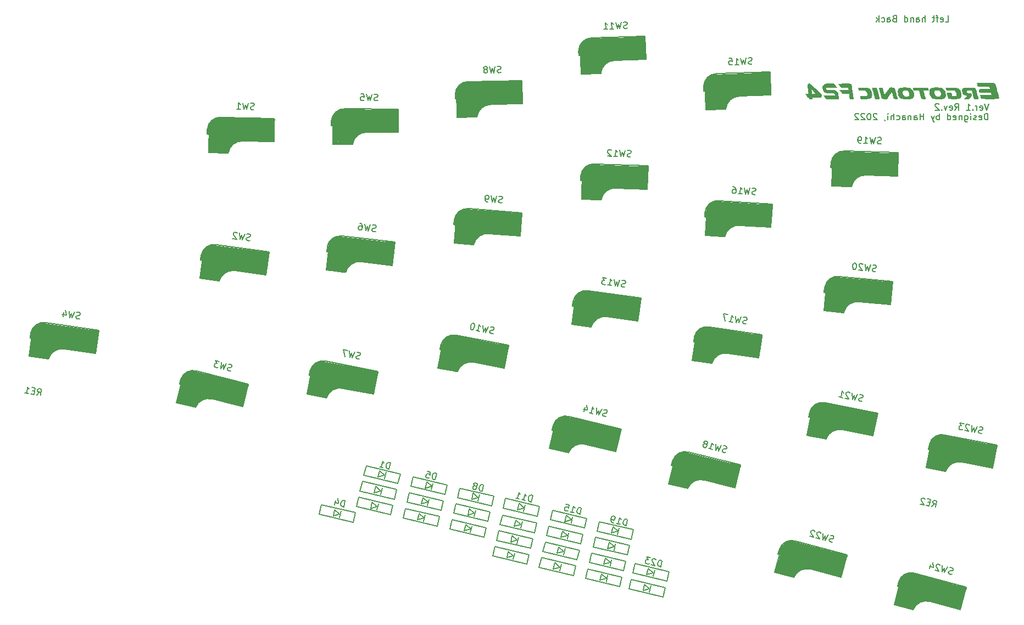
<source format=gbr>
%TF.GenerationSoftware,KiCad,Pcbnew,(6.0.5)*%
%TF.CreationDate,2022-07-12T17:33:22+09:00*%
%TF.ProjectId,ergotonic_f24-pcb-left,6572676f-746f-46e6-9963-5f6632342d70,rev?*%
%TF.SameCoordinates,Original*%
%TF.FileFunction,Legend,Bot*%
%TF.FilePolarity,Positive*%
%FSLAX46Y46*%
G04 Gerber Fmt 4.6, Leading zero omitted, Abs format (unit mm)*
G04 Created by KiCad (PCBNEW (6.0.5)) date 2022-07-12 17:33:22*
%MOMM*%
%LPD*%
G01*
G04 APERTURE LIST*
%ADD10C,0.150000*%
%ADD11C,0.500000*%
%ADD12C,3.000000*%
%ADD13C,0.800000*%
%ADD14C,0.300000*%
%ADD15C,1.000000*%
%ADD16C,3.500000*%
%ADD17C,0.400000*%
G04 APERTURE END LIST*
D10*
X-82744871Y-80987351D02*
X-82511425Y-80014981D01*
X-82742942Y-79959398D01*
X-82892969Y-79972352D01*
X-83007808Y-80042726D01*
X-83076344Y-80124216D01*
X-83167113Y-80298313D01*
X-83200463Y-80437223D01*
X-83198625Y-80633553D01*
X-83174555Y-80737276D01*
X-83104181Y-80852116D01*
X-82976387Y-80931768D01*
X-82744871Y-80987351D01*
X-84226577Y-80631624D02*
X-83670937Y-80765022D01*
X-83948757Y-80698323D02*
X-83715312Y-79725953D01*
X-83656055Y-79887096D01*
X-83585681Y-80001935D01*
X-83504191Y-80070472D01*
X-85152644Y-80409295D02*
X-84597004Y-80542693D01*
X-84874824Y-80475994D02*
X-84641379Y-79503624D01*
X-84582121Y-79664767D01*
X-84511748Y-79779607D01*
X-84430257Y-79848143D01*
X-68139871Y-84670351D02*
X-67906425Y-83697981D01*
X-68137942Y-83642398D01*
X-68287969Y-83655352D01*
X-68402808Y-83725726D01*
X-68471344Y-83807216D01*
X-68562113Y-83981313D01*
X-68595463Y-84120223D01*
X-68593625Y-84316553D01*
X-68569555Y-84420276D01*
X-68499181Y-84535116D01*
X-68371387Y-84614768D01*
X-68139871Y-84670351D01*
X-69621577Y-84314624D02*
X-69065937Y-84448022D01*
X-69343757Y-84381323D02*
X-69110312Y-83408953D01*
X-69051055Y-83570096D01*
X-68980681Y-83684935D01*
X-68899191Y-83753472D01*
X-70084611Y-84203460D02*
X-70269824Y-84158994D01*
X-70351314Y-84090458D01*
X-70386501Y-84033038D01*
X-70445758Y-83871895D01*
X-70447596Y-83675565D01*
X-70358664Y-83305139D01*
X-70290128Y-83223648D01*
X-70232708Y-83188462D01*
X-70128985Y-83164391D01*
X-69943772Y-83208857D01*
X-69862282Y-83277393D01*
X-69827095Y-83334813D01*
X-69803024Y-83438536D01*
X-69858607Y-83670053D01*
X-69927143Y-83751543D01*
X-69984563Y-83786730D01*
X-70088286Y-83810800D01*
X-70273499Y-83766334D01*
X-70354989Y-83697798D01*
X-70390176Y-83640378D01*
X-70414247Y-83536655D01*
X-12209523Y-19552380D02*
X-12542857Y-20552380D01*
X-12876190Y-19552380D01*
X-13590476Y-20504761D02*
X-13495238Y-20552380D01*
X-13304761Y-20552380D01*
X-13209523Y-20504761D01*
X-13161904Y-20409523D01*
X-13161904Y-20028571D01*
X-13209523Y-19933333D01*
X-13304761Y-19885714D01*
X-13495238Y-19885714D01*
X-13590476Y-19933333D01*
X-13638095Y-20028571D01*
X-13638095Y-20123809D01*
X-13161904Y-20219047D01*
X-14066666Y-20552380D02*
X-14066666Y-19885714D01*
X-14066666Y-20076190D02*
X-14114285Y-19980952D01*
X-14161904Y-19933333D01*
X-14257142Y-19885714D01*
X-14352380Y-19885714D01*
X-14685714Y-20457142D02*
X-14733333Y-20504761D01*
X-14685714Y-20552380D01*
X-14638095Y-20504761D01*
X-14685714Y-20457142D01*
X-14685714Y-20552380D01*
X-15685714Y-20552380D02*
X-15114285Y-20552380D01*
X-15399999Y-20552380D02*
X-15399999Y-19552380D01*
X-15304761Y-19695238D01*
X-15209523Y-19790476D01*
X-15114285Y-19838095D01*
X-17447619Y-20552380D02*
X-17114285Y-20076190D01*
X-16876190Y-20552380D02*
X-16876190Y-19552380D01*
X-17257142Y-19552380D01*
X-17352380Y-19600000D01*
X-17400000Y-19647619D01*
X-17447619Y-19742857D01*
X-17447619Y-19885714D01*
X-17400000Y-19980952D01*
X-17352380Y-20028571D01*
X-17257142Y-20076190D01*
X-16876190Y-20076190D01*
X-18257142Y-20504761D02*
X-18161904Y-20552380D01*
X-17971428Y-20552380D01*
X-17876190Y-20504761D01*
X-17828571Y-20409523D01*
X-17828571Y-20028571D01*
X-17876190Y-19933333D01*
X-17971428Y-19885714D01*
X-18161904Y-19885714D01*
X-18257142Y-19933333D01*
X-18304761Y-20028571D01*
X-18304761Y-20123809D01*
X-17828571Y-20219047D01*
X-18638095Y-19885714D02*
X-18876190Y-20552380D01*
X-19114285Y-19885714D01*
X-19495238Y-20457142D02*
X-19542857Y-20504761D01*
X-19495238Y-20552380D01*
X-19447619Y-20504761D01*
X-19495238Y-20457142D01*
X-19495238Y-20552380D01*
X-19923809Y-19647619D02*
X-19971428Y-19600000D01*
X-20066666Y-19552380D01*
X-20304761Y-19552380D01*
X-20400000Y-19600000D01*
X-20447619Y-19647619D01*
X-20495238Y-19742857D01*
X-20495238Y-19838095D01*
X-20447619Y-19980952D01*
X-19876190Y-20552380D01*
X-20495238Y-20552380D01*
X-90319904Y-79352186D02*
X-90086459Y-78379816D01*
X-90317975Y-78324234D01*
X-90468002Y-78337188D01*
X-90582841Y-78407562D01*
X-90651378Y-78489052D01*
X-90742147Y-78663149D01*
X-90775496Y-78802059D01*
X-90773659Y-78998388D01*
X-90749588Y-79102112D01*
X-90679214Y-79216951D01*
X-90551421Y-79296604D01*
X-90319904Y-79352186D01*
X-91297787Y-78529751D02*
X-91194064Y-78505681D01*
X-91136644Y-78470494D01*
X-91068108Y-78389004D01*
X-91056991Y-78342701D01*
X-91081062Y-78238977D01*
X-91116248Y-78181558D01*
X-91197739Y-78113021D01*
X-91382952Y-78068556D01*
X-91486675Y-78092626D01*
X-91544095Y-78127813D01*
X-91612631Y-78209303D01*
X-91623748Y-78255607D01*
X-91599677Y-78359330D01*
X-91564490Y-78416749D01*
X-91483000Y-78485286D01*
X-91297787Y-78529751D01*
X-91216296Y-78598288D01*
X-91181110Y-78655707D01*
X-91157039Y-78759430D01*
X-91201505Y-78944644D01*
X-91270041Y-79026134D01*
X-91327461Y-79061321D01*
X-91431184Y-79085391D01*
X-91616397Y-79040926D01*
X-91697888Y-78972389D01*
X-91733074Y-78914970D01*
X-91757145Y-78811246D01*
X-91712679Y-78626033D01*
X-91644143Y-78544543D01*
X-91586723Y-78509356D01*
X-91483000Y-78485286D01*
X-104670904Y-75923186D02*
X-104437459Y-74950816D01*
X-104668975Y-74895234D01*
X-104819002Y-74908188D01*
X-104933841Y-74978562D01*
X-105002378Y-75060052D01*
X-105093147Y-75234149D01*
X-105126496Y-75373059D01*
X-105124659Y-75569388D01*
X-105100588Y-75673112D01*
X-105030214Y-75787951D01*
X-104902421Y-75867604D01*
X-104670904Y-75923186D01*
X-106152611Y-75567460D02*
X-105596971Y-75700857D01*
X-105874791Y-75634158D02*
X-105641345Y-74661789D01*
X-105582088Y-74822931D01*
X-105511714Y-74937771D01*
X-105430224Y-75006307D01*
X-12361904Y-22052380D02*
X-12361904Y-21052380D01*
X-12600000Y-21052380D01*
X-12742857Y-21100000D01*
X-12838095Y-21195238D01*
X-12885714Y-21290476D01*
X-12933333Y-21480952D01*
X-12933333Y-21623809D01*
X-12885714Y-21814285D01*
X-12838095Y-21909523D01*
X-12742857Y-22004761D01*
X-12600000Y-22052380D01*
X-12361904Y-22052380D01*
X-13742857Y-22004761D02*
X-13647619Y-22052380D01*
X-13457142Y-22052380D01*
X-13361904Y-22004761D01*
X-13314285Y-21909523D01*
X-13314285Y-21528571D01*
X-13361904Y-21433333D01*
X-13457142Y-21385714D01*
X-13647619Y-21385714D01*
X-13742857Y-21433333D01*
X-13790476Y-21528571D01*
X-13790476Y-21623809D01*
X-13314285Y-21719047D01*
X-14171428Y-22004761D02*
X-14266666Y-22052380D01*
X-14457142Y-22052380D01*
X-14552380Y-22004761D01*
X-14600000Y-21909523D01*
X-14600000Y-21861904D01*
X-14552380Y-21766666D01*
X-14457142Y-21719047D01*
X-14314285Y-21719047D01*
X-14219047Y-21671428D01*
X-14171428Y-21576190D01*
X-14171428Y-21528571D01*
X-14219047Y-21433333D01*
X-14314285Y-21385714D01*
X-14457142Y-21385714D01*
X-14552380Y-21433333D01*
X-15028571Y-22052380D02*
X-15028571Y-21385714D01*
X-15028571Y-21052380D02*
X-14980952Y-21100000D01*
X-15028571Y-21147619D01*
X-15076190Y-21100000D01*
X-15028571Y-21052380D01*
X-15028571Y-21147619D01*
X-15933333Y-21385714D02*
X-15933333Y-22195238D01*
X-15885714Y-22290476D01*
X-15838095Y-22338095D01*
X-15742857Y-22385714D01*
X-15600000Y-22385714D01*
X-15504761Y-22338095D01*
X-15933333Y-22004761D02*
X-15838095Y-22052380D01*
X-15647619Y-22052380D01*
X-15552380Y-22004761D01*
X-15504761Y-21957142D01*
X-15457142Y-21861904D01*
X-15457142Y-21576190D01*
X-15504761Y-21480952D01*
X-15552380Y-21433333D01*
X-15647619Y-21385714D01*
X-15838095Y-21385714D01*
X-15933333Y-21433333D01*
X-16409523Y-21385714D02*
X-16409523Y-22052380D01*
X-16409523Y-21480952D02*
X-16457142Y-21433333D01*
X-16552380Y-21385714D01*
X-16695238Y-21385714D01*
X-16790476Y-21433333D01*
X-16838095Y-21528571D01*
X-16838095Y-22052380D01*
X-17695238Y-22004761D02*
X-17600000Y-22052380D01*
X-17409523Y-22052380D01*
X-17314285Y-22004761D01*
X-17266666Y-21909523D01*
X-17266666Y-21528571D01*
X-17314285Y-21433333D01*
X-17409523Y-21385714D01*
X-17600000Y-21385714D01*
X-17695238Y-21433333D01*
X-17742857Y-21528571D01*
X-17742857Y-21623809D01*
X-17266666Y-21719047D01*
X-18600000Y-22052380D02*
X-18600000Y-21052380D01*
X-18600000Y-22004761D02*
X-18504761Y-22052380D01*
X-18314285Y-22052380D01*
X-18219047Y-22004761D01*
X-18171428Y-21957142D01*
X-18123809Y-21861904D01*
X-18123809Y-21576190D01*
X-18171428Y-21480952D01*
X-18219047Y-21433333D01*
X-18314285Y-21385714D01*
X-18504761Y-21385714D01*
X-18600000Y-21433333D01*
X-19838095Y-22052380D02*
X-19838095Y-21052380D01*
X-19838095Y-21433333D02*
X-19933333Y-21385714D01*
X-20123809Y-21385714D01*
X-20219047Y-21433333D01*
X-20266666Y-21480952D01*
X-20314285Y-21576190D01*
X-20314285Y-21861904D01*
X-20266666Y-21957142D01*
X-20219047Y-22004761D01*
X-20123809Y-22052380D01*
X-19933333Y-22052380D01*
X-19838095Y-22004761D01*
X-20647619Y-21385714D02*
X-20885714Y-22052380D01*
X-21123809Y-21385714D02*
X-20885714Y-22052380D01*
X-20790476Y-22290476D01*
X-20742857Y-22338095D01*
X-20647619Y-22385714D01*
X-22266666Y-22052380D02*
X-22266666Y-21052380D01*
X-22266666Y-21528571D02*
X-22838095Y-21528571D01*
X-22838095Y-22052380D02*
X-22838095Y-21052380D01*
X-23742857Y-22052380D02*
X-23742857Y-21528571D01*
X-23695238Y-21433333D01*
X-23599999Y-21385714D01*
X-23409523Y-21385714D01*
X-23314285Y-21433333D01*
X-23742857Y-22004761D02*
X-23647619Y-22052380D01*
X-23409523Y-22052380D01*
X-23314285Y-22004761D01*
X-23266666Y-21909523D01*
X-23266666Y-21814285D01*
X-23314285Y-21719047D01*
X-23409523Y-21671428D01*
X-23647619Y-21671428D01*
X-23742857Y-21623809D01*
X-24219047Y-21385714D02*
X-24219047Y-22052380D01*
X-24219047Y-21480952D02*
X-24266666Y-21433333D01*
X-24361904Y-21385714D01*
X-24504761Y-21385714D01*
X-24599999Y-21433333D01*
X-24647619Y-21528571D01*
X-24647619Y-22052380D01*
X-25552380Y-22052380D02*
X-25552380Y-21528571D01*
X-25504761Y-21433333D01*
X-25409523Y-21385714D01*
X-25219047Y-21385714D01*
X-25123809Y-21433333D01*
X-25552380Y-22004761D02*
X-25457142Y-22052380D01*
X-25219047Y-22052380D01*
X-25123809Y-22004761D01*
X-25076190Y-21909523D01*
X-25076190Y-21814285D01*
X-25123809Y-21719047D01*
X-25219047Y-21671428D01*
X-25457142Y-21671428D01*
X-25552380Y-21623809D01*
X-26457142Y-22004761D02*
X-26361904Y-22052380D01*
X-26171428Y-22052380D01*
X-26076190Y-22004761D01*
X-26028571Y-21957142D01*
X-25980952Y-21861904D01*
X-25980952Y-21576190D01*
X-26028571Y-21480952D01*
X-26076190Y-21433333D01*
X-26171428Y-21385714D01*
X-26361904Y-21385714D01*
X-26457142Y-21433333D01*
X-26885714Y-22052380D02*
X-26885714Y-21052380D01*
X-27314285Y-22052380D02*
X-27314285Y-21528571D01*
X-27266666Y-21433333D01*
X-27171428Y-21385714D01*
X-27028571Y-21385714D01*
X-26933333Y-21433333D01*
X-26885714Y-21480952D01*
X-27790476Y-22052380D02*
X-27790476Y-21385714D01*
X-27790476Y-21052380D02*
X-27742857Y-21100000D01*
X-27790476Y-21147619D01*
X-27838095Y-21100000D01*
X-27790476Y-21052380D01*
X-27790476Y-21147619D01*
X-28314285Y-22004761D02*
X-28314285Y-22052380D01*
X-28266666Y-22147619D01*
X-28219047Y-22195238D01*
X-29457142Y-21147619D02*
X-29504761Y-21100000D01*
X-29599999Y-21052380D01*
X-29838095Y-21052380D01*
X-29933333Y-21100000D01*
X-29980952Y-21147619D01*
X-30028571Y-21242857D01*
X-30028571Y-21338095D01*
X-29980952Y-21480952D01*
X-29409523Y-22052380D01*
X-30028571Y-22052380D01*
X-30647619Y-21052380D02*
X-30742857Y-21052380D01*
X-30838095Y-21100000D01*
X-30885714Y-21147619D01*
X-30933333Y-21242857D01*
X-30980952Y-21433333D01*
X-30980952Y-21671428D01*
X-30933333Y-21861904D01*
X-30885714Y-21957142D01*
X-30838095Y-22004761D01*
X-30742857Y-22052380D01*
X-30647619Y-22052380D01*
X-30552380Y-22004761D01*
X-30504761Y-21957142D01*
X-30457142Y-21861904D01*
X-30409523Y-21671428D01*
X-30409523Y-21433333D01*
X-30457142Y-21242857D01*
X-30504761Y-21147619D01*
X-30552380Y-21100000D01*
X-30647619Y-21052380D01*
X-31361904Y-21147619D02*
X-31409523Y-21100000D01*
X-31504761Y-21052380D01*
X-31742857Y-21052380D01*
X-31838095Y-21100000D01*
X-31885714Y-21147619D01*
X-31933333Y-21242857D01*
X-31933333Y-21338095D01*
X-31885714Y-21480952D01*
X-31314285Y-22052380D01*
X-31933333Y-22052380D01*
X-32314285Y-21147619D02*
X-32361904Y-21100000D01*
X-32457142Y-21052380D01*
X-32695238Y-21052380D01*
X-32790476Y-21100000D01*
X-32838095Y-21147619D01*
X-32885714Y-21242857D01*
X-32885714Y-21338095D01*
X-32838095Y-21480952D01*
X-32266666Y-22052380D01*
X-32885714Y-22052380D01*
X-97558904Y-77574186D02*
X-97325459Y-76601816D01*
X-97556975Y-76546234D01*
X-97707002Y-76559188D01*
X-97821841Y-76629562D01*
X-97890378Y-76711052D01*
X-97981147Y-76885149D01*
X-98014496Y-77024059D01*
X-98012659Y-77220388D01*
X-97988588Y-77324112D01*
X-97918214Y-77438951D01*
X-97790421Y-77518604D01*
X-97558904Y-77574186D01*
X-98760862Y-76257206D02*
X-98297829Y-76368371D01*
X-98362690Y-76842520D01*
X-98397877Y-76785101D01*
X-98479367Y-76716565D01*
X-98710884Y-76660982D01*
X-98814607Y-76685053D01*
X-98872026Y-76720240D01*
X-98940563Y-76801730D01*
X-98996145Y-77033246D01*
X-98972074Y-77136970D01*
X-98936888Y-77194389D01*
X-98855397Y-77262926D01*
X-98623881Y-77318508D01*
X-98520158Y-77294437D01*
X-98462738Y-77259250D01*
X-75251871Y-82892351D02*
X-75018425Y-81919981D01*
X-75249942Y-81864398D01*
X-75399969Y-81877352D01*
X-75514808Y-81947726D01*
X-75583344Y-82029216D01*
X-75674113Y-82203313D01*
X-75707463Y-82342223D01*
X-75705625Y-82538553D01*
X-75681555Y-82642276D01*
X-75611181Y-82757116D01*
X-75483387Y-82836768D01*
X-75251871Y-82892351D01*
X-76733577Y-82536624D02*
X-76177937Y-82670022D01*
X-76455757Y-82603323D02*
X-76222312Y-81630953D01*
X-76163055Y-81792096D01*
X-76092681Y-81906935D01*
X-76011191Y-81975472D01*
X-77379895Y-81353042D02*
X-76916862Y-81464206D01*
X-76981723Y-81938356D01*
X-77016910Y-81880936D01*
X-77098400Y-81812400D01*
X-77329917Y-81756818D01*
X-77433640Y-81780888D01*
X-77491060Y-81816075D01*
X-77559596Y-81897565D01*
X-77615178Y-82129082D01*
X-77591108Y-82232805D01*
X-77555921Y-82290225D01*
X-77474431Y-82358761D01*
X-77242914Y-82414343D01*
X-77139191Y-82390273D01*
X-77081771Y-82355086D01*
X-111655904Y-81765186D02*
X-111422459Y-80792816D01*
X-111653975Y-80737234D01*
X-111804002Y-80750188D01*
X-111918841Y-80820562D01*
X-111987378Y-80902052D01*
X-112078147Y-81076149D01*
X-112111496Y-81215059D01*
X-112109659Y-81411388D01*
X-112085588Y-81515112D01*
X-112015214Y-81629951D01*
X-111887421Y-81709604D01*
X-111655904Y-81765186D01*
X-112889374Y-80783446D02*
X-113045004Y-81431693D01*
X-112568926Y-80468602D02*
X-112504156Y-81218734D01*
X-113106099Y-81074220D01*
X-62805871Y-91020351D02*
X-62572425Y-90047981D01*
X-62803942Y-89992398D01*
X-62953969Y-90005352D01*
X-63068808Y-90075726D01*
X-63137344Y-90157216D01*
X-63228113Y-90331313D01*
X-63261463Y-90470223D01*
X-63259625Y-90666553D01*
X-63235555Y-90770276D01*
X-63165181Y-90885116D01*
X-63037387Y-90964768D01*
X-62805871Y-91020351D01*
X-63520725Y-89918258D02*
X-63555912Y-89860839D01*
X-63637402Y-89792302D01*
X-63868919Y-89736720D01*
X-63972642Y-89760791D01*
X-64030062Y-89795977D01*
X-64098598Y-89877468D01*
X-64120831Y-89970074D01*
X-64107877Y-90120101D01*
X-63685634Y-90809138D01*
X-64287577Y-90664624D01*
X-64378255Y-89614439D02*
X-64980199Y-89469925D01*
X-64745007Y-89918167D01*
X-64883917Y-89884818D01*
X-64987640Y-89908888D01*
X-65045060Y-89944075D01*
X-65113596Y-90025565D01*
X-65169178Y-90257082D01*
X-65145108Y-90360805D01*
X-65109921Y-90418225D01*
X-65028431Y-90486761D01*
X-64750611Y-90553460D01*
X-64646888Y-90529389D01*
X-64589468Y-90494202D01*
X-18955380Y-6929380D02*
X-18479190Y-6929380D01*
X-18479190Y-5929380D01*
X-19669666Y-6881761D02*
X-19574428Y-6929380D01*
X-19383952Y-6929380D01*
X-19288714Y-6881761D01*
X-19241095Y-6786523D01*
X-19241095Y-6405571D01*
X-19288714Y-6310333D01*
X-19383952Y-6262714D01*
X-19574428Y-6262714D01*
X-19669666Y-6310333D01*
X-19717285Y-6405571D01*
X-19717285Y-6500809D01*
X-19241095Y-6596047D01*
X-20002999Y-6262714D02*
X-20383952Y-6262714D01*
X-20145857Y-6929380D02*
X-20145857Y-6072238D01*
X-20193476Y-5977000D01*
X-20288714Y-5929380D01*
X-20383952Y-5929380D01*
X-20574428Y-6262714D02*
X-20955380Y-6262714D01*
X-20717285Y-5929380D02*
X-20717285Y-6786523D01*
X-20764904Y-6881761D01*
X-20860142Y-6929380D01*
X-20955380Y-6929380D01*
X-22050619Y-6929380D02*
X-22050619Y-5929380D01*
X-22479190Y-6929380D02*
X-22479190Y-6405571D01*
X-22431571Y-6310333D01*
X-22336333Y-6262714D01*
X-22193476Y-6262714D01*
X-22098238Y-6310333D01*
X-22050619Y-6357952D01*
X-23383952Y-6929380D02*
X-23383952Y-6405571D01*
X-23336333Y-6310333D01*
X-23241095Y-6262714D01*
X-23050619Y-6262714D01*
X-22955380Y-6310333D01*
X-23383952Y-6881761D02*
X-23288714Y-6929380D01*
X-23050619Y-6929380D01*
X-22955380Y-6881761D01*
X-22907761Y-6786523D01*
X-22907761Y-6691285D01*
X-22955380Y-6596047D01*
X-23050619Y-6548428D01*
X-23288714Y-6548428D01*
X-23383952Y-6500809D01*
X-23860142Y-6262714D02*
X-23860142Y-6929380D01*
X-23860142Y-6357952D02*
X-23907761Y-6310333D01*
X-24002999Y-6262714D01*
X-24145857Y-6262714D01*
X-24241095Y-6310333D01*
X-24288714Y-6405571D01*
X-24288714Y-6929380D01*
X-25193476Y-6929380D02*
X-25193476Y-5929380D01*
X-25193476Y-6881761D02*
X-25098238Y-6929380D01*
X-24907761Y-6929380D01*
X-24812523Y-6881761D01*
X-24764904Y-6834142D01*
X-24717285Y-6738904D01*
X-24717285Y-6453190D01*
X-24764904Y-6357952D01*
X-24812523Y-6310333D01*
X-24907761Y-6262714D01*
X-25098238Y-6262714D01*
X-25193476Y-6310333D01*
X-26764904Y-6405571D02*
X-26907761Y-6453190D01*
X-26955380Y-6500809D01*
X-27002999Y-6596047D01*
X-27002999Y-6738904D01*
X-26955380Y-6834142D01*
X-26907761Y-6881761D01*
X-26812523Y-6929380D01*
X-26431571Y-6929380D01*
X-26431571Y-5929380D01*
X-26764904Y-5929380D01*
X-26860142Y-5977000D01*
X-26907761Y-6024619D01*
X-26955380Y-6119857D01*
X-26955380Y-6215095D01*
X-26907761Y-6310333D01*
X-26860142Y-6357952D01*
X-26764904Y-6405571D01*
X-26431571Y-6405571D01*
X-27860142Y-6929380D02*
X-27860142Y-6405571D01*
X-27812523Y-6310333D01*
X-27717285Y-6262714D01*
X-27526809Y-6262714D01*
X-27431571Y-6310333D01*
X-27860142Y-6881761D02*
X-27764904Y-6929380D01*
X-27526809Y-6929380D01*
X-27431571Y-6881761D01*
X-27383952Y-6786523D01*
X-27383952Y-6691285D01*
X-27431571Y-6596047D01*
X-27526809Y-6548428D01*
X-27764904Y-6548428D01*
X-27860142Y-6500809D01*
X-28764904Y-6881761D02*
X-28669666Y-6929380D01*
X-28479190Y-6929380D01*
X-28383952Y-6881761D01*
X-28336333Y-6834142D01*
X-28288714Y-6738904D01*
X-28288714Y-6453190D01*
X-28336333Y-6357952D01*
X-28383952Y-6310333D01*
X-28479190Y-6262714D01*
X-28669666Y-6262714D01*
X-28764904Y-6310333D01*
X-29193476Y-6929380D02*
X-29193476Y-5929380D01*
X-29288714Y-6548428D02*
X-29574428Y-6929380D01*
X-29574428Y-6262714D02*
X-29193476Y-6643666D01*
%TO.C,U1*%
%TO.C,SW16*%
X-48182017Y-33548213D02*
X-48327596Y-33586717D01*
X-48565216Y-33571684D01*
X-48657258Y-33518147D01*
X-48701775Y-33467616D01*
X-48743286Y-33369562D01*
X-48737273Y-33274514D01*
X-48683735Y-33182472D01*
X-48633205Y-33137955D01*
X-48535150Y-33096444D01*
X-48342047Y-33060946D01*
X-48243993Y-33019436D01*
X-48193462Y-32974918D01*
X-48139925Y-32882877D01*
X-48133912Y-32787829D01*
X-48175422Y-32689774D01*
X-48219940Y-32639243D01*
X-48311981Y-32585706D01*
X-48549601Y-32570673D01*
X-48695180Y-32609177D01*
X-49024842Y-32540607D02*
X-49325601Y-33523578D01*
X-49470598Y-32798691D01*
X-49705793Y-33499526D01*
X-49880274Y-32486488D01*
X-50846370Y-33427367D02*
X-50276082Y-33463446D01*
X-50561226Y-33445406D02*
X-50498087Y-32447402D01*
X-50412059Y-32595987D01*
X-50323024Y-32697048D01*
X-50230982Y-32750586D01*
X-51638664Y-32375243D02*
X-51448568Y-32387269D01*
X-51356526Y-32440807D01*
X-51312009Y-32491337D01*
X-51225980Y-32639923D01*
X-51190483Y-32833025D01*
X-51214536Y-33213218D01*
X-51268073Y-33305259D01*
X-51318604Y-33349777D01*
X-51416658Y-33391287D01*
X-51606755Y-33379261D01*
X-51698796Y-33325724D01*
X-51743313Y-33275193D01*
X-51784824Y-33177138D01*
X-51769791Y-32939518D01*
X-51716254Y-32847477D01*
X-51665723Y-32802959D01*
X-51567669Y-32761449D01*
X-51377572Y-32773475D01*
X-51285531Y-32827012D01*
X-51241014Y-32877543D01*
X-51199503Y-32975598D01*
%TO.C,SW5*%
X-106408163Y-19038897D02*
X-106551259Y-19085792D01*
X-106789351Y-19084587D01*
X-106884347Y-19036487D01*
X-106931725Y-18988627D01*
X-106978861Y-18893149D01*
X-106978379Y-18797912D01*
X-106930279Y-18702917D01*
X-106882419Y-18655539D01*
X-106786941Y-18608403D01*
X-106596226Y-18561748D01*
X-106500749Y-18514612D01*
X-106452889Y-18467235D01*
X-106404789Y-18372239D01*
X-106404307Y-18277002D01*
X-106451443Y-18181524D01*
X-106498820Y-18133664D01*
X-106593816Y-18085564D01*
X-106831908Y-18084359D01*
X-106975005Y-18131254D01*
X-107308093Y-18081949D02*
X-107551246Y-19080731D01*
X-107738105Y-18365490D01*
X-107932194Y-19078803D01*
X-108165225Y-18077610D01*
X-109022357Y-18073272D02*
X-108546172Y-18075682D01*
X-108500964Y-18552108D01*
X-108548341Y-18504248D01*
X-108643337Y-18456148D01*
X-108881429Y-18454942D01*
X-108976907Y-18502079D01*
X-109024767Y-18549456D01*
X-109072867Y-18644452D01*
X-109074072Y-18882544D01*
X-109026936Y-18978022D01*
X-108979559Y-19025882D01*
X-108884563Y-19073982D01*
X-108646471Y-19075187D01*
X-108550993Y-19028051D01*
X-108503133Y-18980673D01*
%TO.C,SW9*%
X-87238265Y-34822227D02*
X-87384469Y-34858287D01*
X-87621804Y-34839274D01*
X-87712935Y-34784203D01*
X-87756600Y-34732933D01*
X-87796462Y-34634197D01*
X-87788857Y-34539263D01*
X-87733785Y-34448131D01*
X-87682516Y-34404467D01*
X-87583779Y-34364605D01*
X-87390109Y-34332347D01*
X-87291373Y-34292485D01*
X-87240103Y-34248821D01*
X-87185031Y-34157689D01*
X-87177427Y-34062755D01*
X-87217289Y-33964019D01*
X-87260953Y-33912749D01*
X-87352085Y-33857677D01*
X-87589420Y-33838665D01*
X-87735623Y-33874725D01*
X-88064090Y-33800641D02*
X-88381276Y-34778436D01*
X-88514107Y-34051221D01*
X-88761012Y-34748016D01*
X-88918496Y-33732197D01*
X-89425549Y-34694782D02*
X-89615417Y-34679573D01*
X-89706549Y-34624501D01*
X-89750213Y-34573231D01*
X-89833740Y-34423225D01*
X-89865997Y-34229555D01*
X-89835578Y-33849819D01*
X-89780506Y-33758688D01*
X-89729237Y-33715023D01*
X-89630500Y-33675161D01*
X-89440632Y-33690371D01*
X-89349501Y-33745442D01*
X-89305836Y-33796712D01*
X-89265974Y-33895448D01*
X-89284986Y-34132783D01*
X-89340058Y-34223915D01*
X-89391328Y-34267579D01*
X-89490064Y-34307441D01*
X-89679932Y-34292232D01*
X-89771063Y-34237160D01*
X-89814728Y-34185890D01*
X-89854590Y-34087154D01*
%TO.C,SW13*%
X-68321093Y-47830032D02*
X-68469003Y-47858288D01*
X-68704996Y-47826716D01*
X-68793079Y-47766888D01*
X-68833963Y-47713375D01*
X-68868533Y-47612664D01*
X-68855904Y-47518267D01*
X-68796077Y-47430184D01*
X-68742564Y-47389300D01*
X-68641852Y-47354730D01*
X-68446744Y-47332789D01*
X-68346032Y-47298220D01*
X-68292519Y-47257335D01*
X-68232692Y-47169253D01*
X-68220063Y-47074856D01*
X-68254633Y-46974144D01*
X-68295517Y-46920631D01*
X-68383600Y-46860804D01*
X-68619592Y-46829232D01*
X-68767502Y-46857487D01*
X-69091578Y-46766088D02*
X-69460173Y-47725685D01*
X-69554251Y-46992450D01*
X-69837761Y-47675170D01*
X-69941151Y-46652429D01*
X-70970526Y-47523624D02*
X-70404144Y-47599397D01*
X-70687335Y-47561511D02*
X-70554732Y-46570342D01*
X-70479278Y-46724566D01*
X-70397510Y-46831592D01*
X-70309428Y-46891419D01*
X-71168313Y-46488254D02*
X-71781894Y-46406167D01*
X-71502020Y-46827956D01*
X-71643615Y-46809013D01*
X-71744327Y-46843583D01*
X-71797840Y-46884467D01*
X-71857667Y-46972550D01*
X-71889239Y-47208542D01*
X-71854669Y-47309254D01*
X-71813785Y-47362767D01*
X-71725703Y-47422594D01*
X-71442511Y-47460480D01*
X-71341800Y-47425911D01*
X-71288287Y-47385027D01*
%TO.C,SW14*%
X-71215703Y-67809439D02*
X-71365722Y-67822471D01*
X-71597268Y-67767010D01*
X-71678794Y-67698517D01*
X-71714011Y-67641115D01*
X-71738136Y-67537405D01*
X-71715951Y-67444787D01*
X-71647458Y-67363261D01*
X-71590057Y-67328044D01*
X-71486346Y-67303919D01*
X-71290017Y-67301979D01*
X-71186307Y-67277854D01*
X-71128905Y-67242637D01*
X-71060412Y-67161111D01*
X-71038228Y-67068493D01*
X-71062352Y-66964782D01*
X-71097569Y-66907381D01*
X-71179095Y-66838887D01*
X-71410641Y-66783426D01*
X-71560661Y-66796459D01*
X-71873732Y-66672504D02*
X-72338214Y-67589535D01*
X-72357068Y-66850529D01*
X-72708688Y-67500798D01*
X-72707297Y-66472845D01*
X-73820107Y-67234585D02*
X-73264397Y-67367691D01*
X-73542252Y-67301138D02*
X-73309316Y-66328646D01*
X-73249974Y-66489758D01*
X-73179540Y-66604560D01*
X-73098014Y-66673054D01*
X-74498381Y-66386597D02*
X-74653672Y-67034925D01*
X-74178097Y-66071585D02*
X-74112935Y-66821683D01*
X-74714954Y-66677485D01*
%TO.C,SW19*%
X-28827743Y-25715689D02*
X-28972190Y-25758243D01*
X-29210137Y-25749850D01*
X-29303638Y-25698904D01*
X-29349549Y-25649636D01*
X-29393781Y-25552778D01*
X-29390424Y-25457599D01*
X-29339478Y-25364099D01*
X-29290210Y-25318188D01*
X-29193353Y-25273956D01*
X-29001316Y-25233080D01*
X-28904459Y-25188848D01*
X-28855191Y-25142937D01*
X-28804244Y-25049436D01*
X-28800887Y-24954257D01*
X-28845120Y-24857400D01*
X-28891031Y-24808132D01*
X-28984531Y-24757186D01*
X-29222479Y-24748793D01*
X-29366925Y-24791347D01*
X-29698373Y-24732008D02*
X-29971569Y-25722994D01*
X-30136749Y-25002438D01*
X-30352284Y-25709566D01*
X-30554983Y-24701795D01*
X-31494431Y-25669282D02*
X-30923358Y-25689424D01*
X-31208895Y-25679353D02*
X-31173646Y-24679975D01*
X-31083503Y-24826100D01*
X-30991681Y-24924636D01*
X-30898181Y-24975583D01*
X-31970326Y-25652498D02*
X-32160684Y-25645784D01*
X-32254184Y-25594837D01*
X-32300095Y-25545569D01*
X-32390239Y-25399444D01*
X-32431114Y-25207408D01*
X-32417686Y-24826692D01*
X-32366740Y-24733191D01*
X-32317472Y-24687280D01*
X-32220614Y-24643048D01*
X-32030257Y-24649762D01*
X-31936756Y-24700708D01*
X-31890845Y-24749976D01*
X-31846613Y-24846834D01*
X-31855005Y-25084781D01*
X-31905952Y-25178281D01*
X-31955220Y-25224192D01*
X-32052077Y-25268425D01*
X-32242435Y-25261711D01*
X-32335935Y-25210764D01*
X-32381846Y-25161497D01*
X-32426079Y-25064639D01*
%TO.C,SW8*%
X-87398111Y-14723131D02*
X-87540063Y-14773385D01*
X-87778118Y-14777790D01*
X-87874220Y-14731940D01*
X-87922712Y-14685211D01*
X-87972085Y-14590870D01*
X-87973847Y-14495648D01*
X-87927998Y-14399545D01*
X-87881268Y-14351053D01*
X-87786927Y-14301681D01*
X-87597364Y-14250546D01*
X-87503023Y-14201173D01*
X-87456293Y-14152681D01*
X-87410444Y-14056579D01*
X-87412206Y-13961357D01*
X-87461579Y-13867016D01*
X-87510071Y-13820286D01*
X-87606174Y-13774437D01*
X-87844228Y-13778842D01*
X-87986180Y-13829095D01*
X-88320337Y-13787651D02*
X-88539892Y-14791884D01*
X-88743550Y-14081245D01*
X-88920779Y-14798932D01*
X-89177333Y-13803507D01*
X-89693125Y-14241696D02*
X-89598784Y-14192323D01*
X-89552054Y-14143831D01*
X-89506205Y-14047728D01*
X-89507086Y-14000118D01*
X-89556459Y-13905777D01*
X-89604950Y-13859047D01*
X-89701053Y-13813198D01*
X-89891497Y-13816721D01*
X-89985838Y-13866094D01*
X-90032568Y-13914586D01*
X-90078417Y-14010689D01*
X-90077536Y-14058300D01*
X-90028163Y-14152640D01*
X-89979671Y-14199370D01*
X-89883568Y-14245219D01*
X-89693125Y-14241696D01*
X-89597022Y-14287545D01*
X-89548530Y-14334275D01*
X-89499157Y-14428616D01*
X-89495634Y-14619059D01*
X-89541483Y-14715162D01*
X-89588213Y-14763654D01*
X-89682554Y-14813027D01*
X-89872997Y-14816550D01*
X-89969100Y-14770701D01*
X-90017592Y-14723971D01*
X-90066965Y-14629630D01*
X-90070488Y-14439187D01*
X-90024639Y-14343084D01*
X-89977909Y-14294592D01*
X-89883568Y-14245219D01*
%TO.C,SW2*%
X-126121793Y-40658909D02*
X-126269678Y-40687293D01*
X-126505698Y-40655927D01*
X-126593833Y-40596177D01*
X-126634764Y-40542699D01*
X-126669422Y-40442018D01*
X-126656875Y-40347610D01*
X-126597125Y-40259475D01*
X-126543648Y-40218544D01*
X-126442966Y-40183887D01*
X-126247877Y-40161775D01*
X-126147196Y-40127118D01*
X-126093718Y-40086187D01*
X-126033968Y-39998052D01*
X-126021422Y-39903644D01*
X-126056079Y-39802963D01*
X-126097010Y-39749486D01*
X-126185145Y-39689735D01*
X-126421165Y-39658369D01*
X-126569050Y-39686754D01*
X-126893205Y-39595637D02*
X-127260963Y-40555556D01*
X-127355681Y-39822402D01*
X-127638595Y-40505370D01*
X-127742878Y-39482719D01*
X-128085853Y-39533215D02*
X-128126783Y-39479738D01*
X-128214918Y-39419987D01*
X-128450938Y-39388621D01*
X-128551620Y-39423279D01*
X-128605097Y-39464210D01*
X-128664847Y-39552344D01*
X-128677394Y-39646752D01*
X-128649009Y-39794638D01*
X-128157839Y-40436365D01*
X-128771492Y-40354813D01*
%TO.C,SW7*%
X-109227225Y-58940118D02*
X-109376493Y-58959995D01*
X-109610331Y-58915176D01*
X-109694903Y-58850481D01*
X-109732707Y-58794749D01*
X-109761548Y-58692250D01*
X-109743620Y-58598714D01*
X-109678925Y-58514143D01*
X-109623193Y-58476339D01*
X-109520694Y-58447498D01*
X-109324659Y-58436585D01*
X-109222160Y-58407745D01*
X-109166428Y-58369941D01*
X-109101733Y-58285369D01*
X-109083806Y-58191834D01*
X-109112646Y-58089334D01*
X-109150450Y-58033603D01*
X-109235022Y-57968908D01*
X-109468861Y-57924089D01*
X-109618128Y-57943966D01*
X-109936539Y-57834452D02*
X-110358616Y-58771756D01*
X-110411231Y-58034385D01*
X-110732758Y-58700046D01*
X-110778359Y-57673104D01*
X-111058965Y-57619322D02*
X-111713714Y-57493830D01*
X-111481043Y-58556627D01*
%TO.C,SW3*%
X-129072025Y-60766353D02*
X-129222235Y-60776975D01*
X-129452860Y-60717803D01*
X-129533276Y-60648009D01*
X-129567567Y-60590050D01*
X-129590023Y-60485966D01*
X-129566354Y-60393715D01*
X-129496561Y-60313300D01*
X-129438601Y-60279009D01*
X-129334517Y-60256552D01*
X-129138182Y-60257765D01*
X-129034098Y-60235308D01*
X-128976138Y-60201018D01*
X-128906345Y-60120602D01*
X-128882676Y-60028352D01*
X-128905132Y-59924267D01*
X-128939423Y-59866308D01*
X-129019839Y-59796514D01*
X-129250464Y-59737342D01*
X-129400674Y-59747964D01*
X-129711715Y-59618999D02*
X-130190861Y-60528454D01*
X-130197847Y-59789241D01*
X-130559862Y-60433779D01*
X-130541966Y-59405981D01*
X-130818717Y-59334975D02*
X-131418343Y-59181129D01*
X-131190142Y-59632970D01*
X-131328517Y-59597467D01*
X-131432602Y-59619923D01*
X-131490561Y-59654214D01*
X-131560355Y-59734630D01*
X-131619526Y-59965255D01*
X-131597070Y-60069340D01*
X-131562779Y-60127299D01*
X-131482363Y-60197093D01*
X-131205613Y-60268099D01*
X-131101528Y-60245642D01*
X-131043569Y-60211352D01*
%TO.C,RE1*%
X-158954347Y-64475314D02*
X-158557984Y-64050148D01*
X-158388479Y-64554841D02*
X-158249306Y-63564573D01*
X-158626551Y-63511555D01*
X-158727490Y-63545456D01*
X-158781273Y-63585984D01*
X-158841683Y-63673668D01*
X-158861565Y-63815135D01*
X-158827664Y-63916074D01*
X-158787135Y-63969856D01*
X-158699451Y-64030267D01*
X-158322206Y-64083285D01*
X-159305847Y-63896956D02*
X-159635936Y-63850565D01*
X-159850303Y-64349395D02*
X-159378747Y-64415668D01*
X-159239574Y-63425400D01*
X-159711130Y-63359127D01*
X-160793416Y-64216849D02*
X-160227548Y-64296377D01*
X-160510482Y-64256613D02*
X-160371309Y-63266345D01*
X-160296880Y-63421066D01*
X-160215823Y-63528632D01*
X-160128139Y-63589043D01*
%TO.C,SW1*%
X-125477568Y-20420152D02*
X-125621328Y-20464970D01*
X-125859378Y-20460316D01*
X-125953667Y-20410844D01*
X-126000346Y-20362303D01*
X-126046095Y-20266153D01*
X-126044233Y-20170933D01*
X-125994762Y-20076644D01*
X-125946221Y-20029965D01*
X-125850070Y-19984216D01*
X-125658700Y-19940329D01*
X-125562549Y-19894581D01*
X-125514008Y-19847902D01*
X-125464537Y-19753613D01*
X-125462675Y-19658393D01*
X-125508423Y-19562242D01*
X-125555103Y-19513701D01*
X-125649392Y-19464230D01*
X-125887441Y-19459576D01*
X-126031202Y-19504394D01*
X-126363541Y-19450268D02*
X-126621137Y-20445423D01*
X-126797615Y-19727551D01*
X-127002017Y-20437977D01*
X-127220520Y-19433514D01*
X-128144656Y-20415638D02*
X-127573336Y-20426807D01*
X-127858996Y-20421223D02*
X-127839449Y-19421414D01*
X-127747022Y-19566105D01*
X-127653664Y-19663187D01*
X-127559374Y-19712658D01*
%TO.C,SW6*%
X-106753136Y-39244804D02*
X-106900492Y-39275817D01*
X-107137033Y-39248657D01*
X-107226218Y-39190485D01*
X-107268094Y-39137745D01*
X-107304538Y-39037696D01*
X-107293675Y-38943080D01*
X-107235503Y-38853895D01*
X-107182762Y-38812019D01*
X-107082714Y-38775575D01*
X-106888049Y-38749994D01*
X-106788001Y-38713550D01*
X-106735261Y-38671673D01*
X-106677089Y-38582489D01*
X-106666225Y-38487872D01*
X-106702669Y-38387824D01*
X-106744546Y-38335084D01*
X-106833730Y-38276912D01*
X-107070271Y-38249752D01*
X-107217628Y-38280765D01*
X-107543353Y-38195433D02*
X-107893965Y-39161746D01*
X-108001719Y-38430395D01*
X-108272431Y-39118291D01*
X-108394901Y-38097659D01*
X-109199141Y-38005316D02*
X-109009908Y-38027044D01*
X-108920724Y-38085216D01*
X-108878848Y-38137956D01*
X-108800527Y-38290744D01*
X-108774946Y-38485409D01*
X-108818402Y-38863875D01*
X-108876574Y-38953060D01*
X-108929314Y-38994936D01*
X-109029362Y-39031380D01*
X-109218595Y-39009653D01*
X-109307780Y-38951481D01*
X-109349656Y-38898740D01*
X-109386100Y-38798692D01*
X-109358941Y-38562151D01*
X-109300769Y-38472966D01*
X-109248029Y-38431090D01*
X-109147980Y-38394646D01*
X-108958747Y-38416373D01*
X-108869563Y-38474545D01*
X-108827686Y-38527286D01*
X-108791242Y-38627334D01*
%TO.C,SW4*%
X-152376106Y-52732125D02*
X-152524200Y-52759399D01*
X-152759978Y-52726263D01*
X-152847662Y-52665853D01*
X-152888191Y-52612070D01*
X-152922092Y-52511131D01*
X-152908837Y-52416820D01*
X-152848427Y-52329136D01*
X-152794644Y-52288608D01*
X-152693705Y-52254706D01*
X-152498456Y-52234060D01*
X-152397517Y-52200159D01*
X-152343734Y-52159631D01*
X-152283324Y-52071947D01*
X-152270069Y-51977635D01*
X-152303970Y-51876697D01*
X-152344499Y-51822914D01*
X-152432183Y-51762504D01*
X-152667961Y-51729367D01*
X-152816055Y-51756641D01*
X-153139517Y-51663094D02*
X-153514468Y-52620226D01*
X-153603681Y-51886383D01*
X-153891713Y-52567208D01*
X-153988318Y-51543803D01*
X-154836355Y-51761229D02*
X-154929137Y-52421407D01*
X-154547558Y-51417120D02*
X-154411190Y-52157591D01*
X-155024213Y-52071436D01*
%TO.C,SW20*%
X-29637664Y-45415751D02*
X-29784387Y-45449637D01*
X-30021413Y-45427107D01*
X-30111718Y-45370689D01*
X-30154617Y-45318777D01*
X-30193010Y-45219460D01*
X-30183998Y-45124650D01*
X-30127580Y-45034345D01*
X-30075669Y-44991446D01*
X-29976352Y-44953053D01*
X-29782224Y-44923672D01*
X-29682907Y-44885279D01*
X-29630996Y-44842380D01*
X-29574578Y-44752075D01*
X-29565566Y-44657265D01*
X-29603959Y-44557948D01*
X-29646858Y-44506036D01*
X-29737162Y-44449619D01*
X-29974189Y-44427088D01*
X-30120911Y-44460975D01*
X-30448243Y-44382026D02*
X-30779899Y-45355008D01*
X-30901928Y-44625903D01*
X-31159142Y-45318958D01*
X-31301539Y-44300915D01*
X-31642389Y-44364183D02*
X-31685288Y-44312271D01*
X-31775593Y-44255853D01*
X-32012620Y-44233322D01*
X-32111936Y-44271715D01*
X-32163848Y-44314615D01*
X-32220266Y-44404919D01*
X-32229278Y-44499730D01*
X-32195391Y-44646452D01*
X-31680601Y-45269391D01*
X-32296871Y-45210810D01*
X-32818511Y-44156718D02*
X-32913321Y-44147705D01*
X-33012638Y-44186098D01*
X-33064550Y-44228997D01*
X-33120968Y-44319302D01*
X-33186398Y-44504417D01*
X-33208928Y-44741444D01*
X-33179548Y-44935572D01*
X-33141155Y-45034889D01*
X-33098256Y-45086800D01*
X-33007951Y-45143218D01*
X-32913140Y-45152230D01*
X-32813823Y-45113837D01*
X-32761912Y-45070938D01*
X-32705494Y-44980633D01*
X-32640064Y-44795518D01*
X-32617533Y-44558491D01*
X-32646914Y-44364364D01*
X-32685307Y-44265047D01*
X-32728206Y-44213135D01*
X-32818511Y-44156718D01*
%TO.C,SW15*%
X-48693710Y-13393539D02*
X-48834772Y-13446238D01*
X-49072715Y-13454755D01*
X-49169596Y-13410573D01*
X-49218888Y-13364688D01*
X-49269883Y-13271214D01*
X-49273290Y-13176037D01*
X-49229108Y-13079156D01*
X-49183223Y-13029864D01*
X-49089749Y-12978869D01*
X-48901098Y-12924467D01*
X-48807624Y-12873471D01*
X-48761739Y-12824179D01*
X-48717558Y-12727299D01*
X-48720964Y-12632122D01*
X-48771960Y-12538648D01*
X-48821252Y-12492763D01*
X-48918132Y-12448581D01*
X-49156075Y-12457098D01*
X-49297137Y-12509797D01*
X-49631961Y-12474132D02*
X-49834132Y-13482009D01*
X-50050038Y-12774994D01*
X-50214841Y-13495636D01*
X-50488555Y-12504794D01*
X-51356966Y-13536518D02*
X-50785904Y-13516077D01*
X-51071435Y-13526298D02*
X-51107207Y-12526938D01*
X-51006919Y-12666297D01*
X-50908335Y-12758067D01*
X-50811455Y-12802249D01*
X-52296921Y-12569523D02*
X-51821035Y-12552489D01*
X-51756412Y-13026671D01*
X-51805704Y-12980786D01*
X-51902585Y-12936604D01*
X-52140528Y-12945121D01*
X-52234002Y-12996117D01*
X-52279887Y-13045409D01*
X-52324068Y-13142289D01*
X-52315551Y-13380232D01*
X-52264556Y-13473706D01*
X-52215264Y-13519591D01*
X-52118384Y-13563773D01*
X-51880441Y-13555256D01*
X-51786967Y-13504260D01*
X-51741082Y-13454968D01*
%TO.C,SW10*%
X-88614313Y-55007287D02*
X-88763514Y-55027658D01*
X-88997500Y-54983615D01*
X-89082286Y-54919201D01*
X-89120274Y-54863595D01*
X-89149454Y-54761192D01*
X-89131837Y-54667597D01*
X-89067423Y-54582812D01*
X-89011817Y-54544823D01*
X-88909414Y-54515643D01*
X-88713416Y-54504080D01*
X-88611013Y-54474900D01*
X-88555407Y-54436911D01*
X-88490993Y-54352125D01*
X-88473376Y-54258531D01*
X-88502556Y-54156128D01*
X-88540544Y-54100522D01*
X-88625330Y-54036108D01*
X-88859316Y-53992065D01*
X-89008517Y-54012436D01*
X-89327289Y-53903979D02*
X-89746256Y-54842678D01*
X-89801316Y-54105485D01*
X-90120634Y-54772209D01*
X-90169639Y-53745424D01*
X-91243768Y-54560803D02*
X-90682201Y-54666506D01*
X-90962984Y-54613654D02*
X-90778004Y-53630912D01*
X-90710835Y-53788921D01*
X-90634858Y-53900133D01*
X-90550072Y-53964547D01*
X-91667151Y-53463549D02*
X-91760746Y-53445931D01*
X-91863149Y-53475111D01*
X-91918755Y-53513100D01*
X-91983169Y-53597886D01*
X-92065201Y-53776266D01*
X-92109244Y-54010253D01*
X-92097681Y-54206250D01*
X-92068501Y-54308653D01*
X-92030512Y-54364259D01*
X-91945726Y-54428674D01*
X-91852132Y-54446291D01*
X-91749729Y-54417111D01*
X-91694123Y-54379122D01*
X-91629708Y-54294336D01*
X-91547677Y-54115956D01*
X-91503634Y-53881970D01*
X-91515197Y-53685972D01*
X-91544377Y-53583569D01*
X-91582365Y-53527963D01*
X-91667151Y-53463549D01*
%TO.C,SW12*%
X-67401743Y-27712689D02*
X-67546190Y-27755243D01*
X-67784137Y-27746850D01*
X-67877638Y-27695904D01*
X-67923549Y-27646636D01*
X-67967781Y-27549778D01*
X-67964424Y-27454599D01*
X-67913478Y-27361099D01*
X-67864210Y-27315188D01*
X-67767353Y-27270956D01*
X-67575316Y-27230080D01*
X-67478459Y-27185848D01*
X-67429191Y-27139937D01*
X-67378244Y-27046436D01*
X-67374887Y-26951257D01*
X-67419120Y-26854400D01*
X-67465031Y-26805132D01*
X-67558531Y-26754186D01*
X-67796479Y-26745793D01*
X-67940925Y-26788347D01*
X-68272373Y-26729008D02*
X-68545569Y-27719994D01*
X-68710749Y-26999438D01*
X-68926284Y-27706566D01*
X-69128983Y-26698795D01*
X-70068431Y-27666282D02*
X-69497358Y-27686424D01*
X-69782895Y-27676353D02*
X-69747646Y-26676975D01*
X-69657503Y-26823100D01*
X-69565681Y-26921636D01*
X-69472181Y-26972583D01*
X-70417256Y-26748655D02*
X-70463167Y-26699387D01*
X-70556667Y-26648440D01*
X-70794614Y-26640048D01*
X-70891472Y-26684280D01*
X-70940740Y-26730191D01*
X-70991686Y-26823692D01*
X-70995043Y-26918871D01*
X-70952489Y-27063318D01*
X-70401558Y-27654533D01*
X-71020221Y-27632713D01*
%TO.C,SW23*%
X-13317113Y-70427334D02*
X-13466476Y-70446481D01*
X-13700093Y-70400520D01*
X-13784347Y-70335413D01*
X-13821879Y-70279497D01*
X-13850218Y-70176858D01*
X-13831833Y-70083411D01*
X-13766726Y-69999156D01*
X-13710810Y-69961625D01*
X-13608171Y-69933286D01*
X-13412085Y-69923331D01*
X-13309446Y-69894992D01*
X-13253531Y-69857461D01*
X-13188423Y-69773206D01*
X-13170038Y-69679760D01*
X-13198377Y-69577121D01*
X-13235909Y-69521205D01*
X-13320163Y-69456097D01*
X-13553780Y-69410136D01*
X-13703143Y-69429283D01*
X-14021015Y-69318215D02*
X-14447667Y-70253445D01*
X-14496678Y-69515825D01*
X-14821455Y-70179908D01*
X-14862036Y-69152755D01*
X-15207484Y-69181857D02*
X-15245016Y-69125941D01*
X-15329270Y-69060834D01*
X-15562887Y-69014873D01*
X-15665526Y-69043212D01*
X-15721442Y-69080743D01*
X-15786550Y-69164998D01*
X-15804934Y-69258445D01*
X-15785787Y-69407807D01*
X-15335412Y-70078794D01*
X-15942817Y-69959296D01*
X-16076845Y-68913759D02*
X-16684249Y-68794260D01*
X-16430723Y-69232393D01*
X-16570893Y-69204816D01*
X-16673532Y-69233156D01*
X-16729448Y-69270687D01*
X-16794555Y-69354941D01*
X-16840516Y-69588559D01*
X-16812177Y-69691198D01*
X-16774646Y-69747113D01*
X-16690391Y-69812221D01*
X-16410051Y-69867374D01*
X-16307412Y-69839035D01*
X-16251496Y-69801504D01*
%TO.C,SW18*%
X-52798229Y-73362195D02*
X-52948363Y-73373839D01*
X-53179386Y-73316239D01*
X-53260275Y-73246994D01*
X-53294959Y-73189269D01*
X-53318123Y-73085340D01*
X-53295083Y-72992931D01*
X-53225839Y-72912042D01*
X-53168114Y-72877357D01*
X-53064185Y-72854193D01*
X-52867846Y-72854069D01*
X-52763917Y-72830904D01*
X-52706193Y-72796220D01*
X-52636948Y-72715331D01*
X-52613908Y-72622922D01*
X-52637072Y-72518993D01*
X-52671756Y-72461268D01*
X-52752645Y-72392023D01*
X-52983668Y-72334423D01*
X-53133802Y-72346067D01*
X-53445714Y-72219222D02*
X-53918659Y-73131917D01*
X-53930675Y-72392768D01*
X-54288295Y-73039756D01*
X-54277396Y-72011860D01*
X-55397204Y-72763274D02*
X-54842750Y-72901515D01*
X-55119977Y-72832395D02*
X-54878055Y-71862099D01*
X-54820206Y-72023753D01*
X-54750837Y-72139202D01*
X-54669948Y-72208447D01*
X-55813418Y-72070578D02*
X-55709489Y-72047414D01*
X-55651764Y-72012730D01*
X-55582519Y-71931841D01*
X-55570999Y-71885636D01*
X-55594164Y-71781707D01*
X-55628848Y-71723982D01*
X-55709737Y-71654737D01*
X-55894555Y-71608657D01*
X-55998485Y-71631821D01*
X-56056209Y-71666506D01*
X-56125454Y-71747395D01*
X-56136974Y-71793599D01*
X-56113810Y-71897529D01*
X-56079125Y-71955253D01*
X-55998236Y-72024498D01*
X-55813418Y-72070578D01*
X-55732529Y-72139823D01*
X-55697845Y-72197548D01*
X-55674680Y-72301477D01*
X-55720761Y-72486295D01*
X-55790005Y-72567184D01*
X-55847730Y-72601869D01*
X-55951659Y-72625033D01*
X-56136477Y-72578953D01*
X-56217366Y-72509708D01*
X-56252051Y-72451983D01*
X-56275215Y-72348054D01*
X-56229135Y-72163236D01*
X-56159890Y-72082347D01*
X-56102165Y-72047662D01*
X-55998236Y-72024498D01*
%TO.C,SW24*%
X-17935915Y-92158811D02*
X-18086246Y-92167544D01*
X-18316109Y-92105479D01*
X-18395642Y-92034681D01*
X-18429202Y-91976295D01*
X-18450348Y-91871936D01*
X-18425522Y-91779991D01*
X-18354724Y-91700459D01*
X-18296338Y-91666899D01*
X-18191979Y-91645752D01*
X-17995675Y-91649431D01*
X-17891317Y-91628285D01*
X-17832931Y-91594725D01*
X-17762133Y-91515193D01*
X-17737307Y-91423247D01*
X-17758453Y-91318889D01*
X-17792013Y-91260503D01*
X-17871545Y-91189704D01*
X-18101409Y-91127639D01*
X-18251740Y-91136373D01*
X-18561136Y-91003509D02*
X-19051673Y-91906871D01*
X-19049369Y-91167629D01*
X-19419455Y-91807567D01*
X-19388645Y-90780075D01*
X-19735280Y-90785130D02*
X-19768840Y-90726744D01*
X-19848372Y-90655945D01*
X-20078236Y-90593880D01*
X-20182595Y-90615027D01*
X-20240980Y-90648587D01*
X-20311779Y-90728119D01*
X-20336605Y-90820065D01*
X-20327871Y-90970396D01*
X-19925155Y-91671024D01*
X-20522800Y-91509655D01*
X-21176527Y-90642603D02*
X-21350309Y-91286221D01*
X-20847359Y-90336886D02*
X-20803691Y-91088542D01*
X-21401336Y-90927173D01*
%TO.C,SW11*%
X-67947959Y-7889285D02*
X-68089086Y-7941811D01*
X-68327039Y-7950037D01*
X-68423865Y-7905737D01*
X-68473101Y-7859792D01*
X-68523982Y-7766256D01*
X-68527273Y-7671075D01*
X-68482973Y-7574248D01*
X-68437028Y-7525012D01*
X-68343492Y-7474131D01*
X-68154774Y-7419959D01*
X-68061238Y-7369078D01*
X-68015293Y-7319842D01*
X-67970993Y-7223016D01*
X-67974284Y-7127835D01*
X-68025165Y-7034299D01*
X-68074401Y-6988353D01*
X-68171227Y-6944053D01*
X-68409180Y-6952280D01*
X-68550307Y-7004806D01*
X-68885086Y-6968732D02*
X-69088489Y-7976362D01*
X-69303530Y-7269083D01*
X-69469214Y-7989524D01*
X-69741717Y-6998347D01*
X-70611389Y-8029010D02*
X-70040301Y-8009267D01*
X-70325845Y-8019139D02*
X-70360395Y-7019736D01*
X-70260278Y-7159217D01*
X-70161807Y-7251108D01*
X-70064980Y-7295408D01*
X-71563201Y-8061916D02*
X-70992113Y-8042172D01*
X-71277657Y-8052044D02*
X-71312208Y-7052641D01*
X-71212091Y-7192122D01*
X-71113619Y-7284013D01*
X-71016793Y-7328313D01*
%TO.C,SW21*%
X-31756613Y-65453540D02*
X-31905959Y-65472817D01*
X-32139616Y-65427060D01*
X-32223928Y-65362026D01*
X-32261508Y-65306143D01*
X-32289936Y-65203529D01*
X-32271633Y-65110066D01*
X-32206599Y-65025754D01*
X-32150716Y-64988174D01*
X-32048102Y-64959746D01*
X-31852025Y-64949620D01*
X-31749411Y-64921191D01*
X-31693528Y-64883611D01*
X-31628494Y-64799300D01*
X-31610191Y-64705837D01*
X-31638620Y-64603223D01*
X-31676200Y-64547340D01*
X-31760511Y-64482306D01*
X-31994168Y-64436549D01*
X-32143514Y-64455826D01*
X-32461482Y-64345035D02*
X-32887319Y-65280638D01*
X-32936974Y-64543061D01*
X-33261170Y-65207426D01*
X-33302648Y-64180310D01*
X-33648071Y-64209713D02*
X-33685651Y-64153830D01*
X-33769962Y-64088796D01*
X-34003619Y-64043039D01*
X-34106234Y-64071467D01*
X-34162116Y-64109047D01*
X-34227151Y-64193359D01*
X-34245453Y-64286821D01*
X-34226176Y-64436167D01*
X-33775216Y-65106761D01*
X-34382724Y-64987793D01*
X-35317353Y-64804765D02*
X-34756576Y-64914582D01*
X-35036964Y-64859673D02*
X-34844785Y-63878313D01*
X-34778776Y-64036810D01*
X-34703616Y-64148576D01*
X-34619305Y-64213610D01*
%TO.C,RE2*%
X-20993972Y-81701900D02*
X-20574986Y-81299011D01*
X-20433291Y-81812206D02*
X-20240255Y-80831015D01*
X-20614042Y-80757477D01*
X-20716681Y-80785816D01*
X-20772597Y-80823348D01*
X-20837705Y-80907602D01*
X-20865281Y-81047772D01*
X-20836942Y-81150411D01*
X-20799411Y-81206327D01*
X-20715156Y-81271435D01*
X-20341369Y-81344972D01*
X-21313369Y-81105213D02*
X-21640432Y-81040868D01*
X-21881717Y-81527249D02*
X-21414483Y-81619171D01*
X-21221447Y-80637979D01*
X-21688681Y-80546057D01*
X-22080853Y-80565967D02*
X-22118384Y-80510051D01*
X-22202639Y-80444943D01*
X-22436256Y-80398982D01*
X-22538895Y-80427321D01*
X-22594810Y-80464853D01*
X-22659918Y-80549107D01*
X-22678302Y-80642554D01*
X-22659155Y-80791917D01*
X-22208781Y-81462904D01*
X-22816185Y-81343405D01*
%TO.C,SW22*%
X-36324657Y-87192459D02*
X-36474990Y-87201167D01*
X-36704843Y-87139061D01*
X-36784363Y-87068249D01*
X-36817912Y-87009857D01*
X-36839041Y-86905495D01*
X-36814199Y-86813554D01*
X-36743386Y-86734034D01*
X-36684994Y-86700484D01*
X-36580632Y-86679356D01*
X-36384329Y-86683069D01*
X-36279967Y-86661941D01*
X-36221575Y-86628391D01*
X-36150763Y-86548871D01*
X-36125921Y-86456930D01*
X-36147049Y-86352568D01*
X-36180599Y-86294177D01*
X-36260119Y-86223364D01*
X-36489972Y-86161259D01*
X-36640304Y-86169966D01*
X-36949677Y-86037049D02*
X-37440371Y-86940325D01*
X-37437938Y-86201083D01*
X-37808136Y-86840957D01*
X-37777147Y-85813470D01*
X-38123783Y-85818464D02*
X-38157333Y-85760073D01*
X-38236853Y-85689260D01*
X-38466705Y-85627155D01*
X-38571068Y-85648283D01*
X-38629459Y-85681833D01*
X-38700272Y-85761353D01*
X-38725114Y-85853294D01*
X-38716406Y-86003627D01*
X-38313812Y-86704326D01*
X-38911429Y-86542852D01*
X-39043194Y-85570044D02*
X-39076744Y-85511652D01*
X-39156264Y-85440839D01*
X-39386117Y-85378734D01*
X-39490479Y-85399863D01*
X-39548870Y-85433412D01*
X-39619683Y-85512932D01*
X-39644525Y-85604874D01*
X-39635817Y-85755206D01*
X-39233223Y-86455905D01*
X-39830840Y-86294432D01*
%TO.C,SW17*%
X-49619910Y-53496573D02*
X-49768241Y-53522527D01*
X-50003715Y-53487294D01*
X-50090858Y-53426105D01*
X-50130906Y-53371964D01*
X-50163907Y-53270728D01*
X-50149813Y-53176538D01*
X-50088625Y-53089395D01*
X-50034483Y-53049347D01*
X-49933247Y-53016346D01*
X-49737821Y-52997438D01*
X-49636585Y-52964437D01*
X-49582444Y-52924389D01*
X-49521255Y-52837246D01*
X-49507162Y-52743057D01*
X-49540163Y-52641820D01*
X-49580211Y-52587679D01*
X-49667354Y-52526491D01*
X-49902828Y-52491257D01*
X-50051159Y-52517211D01*
X-50373775Y-52420789D02*
X-50757231Y-53374545D01*
X-50839909Y-52639937D01*
X-51133989Y-53318171D01*
X-51221481Y-52293947D01*
X-52264264Y-53149049D02*
X-51699126Y-53233610D01*
X-51981695Y-53191330D02*
X-51833713Y-52202340D01*
X-51760664Y-52357717D01*
X-51680568Y-52466000D01*
X-51593425Y-52527189D01*
X-52445945Y-52110732D02*
X-53105272Y-52012077D01*
X-52829401Y-53064488D01*
%TO.C,SW16*%
X-56025829Y-37036362D02*
X-55826228Y-37048990D01*
X-45806362Y-38634797D02*
X-45579062Y-35041980D01*
D11*
X-55744045Y-39709487D02*
X-53298934Y-39864177D01*
D12*
X-54226671Y-35997887D02*
X-54368103Y-38233417D01*
D10*
X-55956274Y-39896460D02*
X-52932320Y-40087771D01*
X-45579062Y-35041980D02*
X-53762702Y-34524241D01*
D13*
X-55575403Y-39419556D02*
X-55461753Y-37623149D01*
D10*
X-50596785Y-38331730D02*
X-45806362Y-38634797D01*
X-45763184Y-37635529D02*
X-45621121Y-35390019D01*
D14*
X-55919715Y-36942875D02*
X-55878675Y-36294172D01*
D15*
X-46115948Y-35609213D02*
X-46273795Y-38104225D01*
D16*
X-47489121Y-36724738D02*
X-54175753Y-36301708D01*
D10*
X-55978475Y-36287858D02*
X-56025829Y-37036362D01*
X-55675306Y-35455339D02*
X-55956274Y-39896460D01*
D11*
X-45990179Y-38372668D02*
X-47284428Y-38240687D01*
D17*
X-45741391Y-35232110D02*
X-46988897Y-35153186D01*
D15*
X-50970732Y-37907273D02*
G75*
G03*
X-53301236Y-39642118I-201882J-2161565D01*
G01*
D10*
X-53762702Y-34524240D02*
G75*
G03*
X-55978475Y-36287859I-226078J-1989694D01*
G01*
X-50596785Y-38331730D02*
G75*
G03*
X-52927289Y-40066575I-201883J-2161565D01*
G01*
%TO.C,SW5*%
X-113559932Y-22979188D02*
X-113359934Y-22980200D01*
D12*
X-111824133Y-21837959D02*
X-111835471Y-24077930D01*
D10*
X-103264872Y-23981309D02*
X-103246651Y-20381355D01*
D16*
X-105055738Y-22172221D02*
X-111755653Y-22138310D01*
D11*
X-113123350Y-25631432D02*
X-110673382Y-25643832D01*
D14*
X-113459427Y-22879696D02*
X-113456137Y-22229704D01*
D10*
X-103279810Y-22981220D02*
X-103268422Y-20731249D01*
X-108064811Y-23957014D02*
X-103264872Y-23981309D01*
X-113556136Y-22229198D02*
X-113559932Y-22979188D01*
D17*
X-103397661Y-20580593D02*
X-104647645Y-20574266D01*
D10*
X-113324360Y-25830417D02*
X-110294399Y-25845753D01*
D11*
X-103463604Y-23730300D02*
X-104763334Y-23673720D01*
D10*
X-103246651Y-20381355D02*
X-111446547Y-20339851D01*
D15*
X-103749681Y-20978816D02*
X-103762335Y-23478784D01*
D13*
X-112971834Y-25332195D02*
X-112962723Y-23532219D01*
D10*
X-113301837Y-21380474D02*
X-113324360Y-25830417D01*
D15*
X-108462781Y-23554994D02*
G75*
G03*
X-110688579Y-25422282I-75983J-2169643D01*
G01*
D10*
X-108064811Y-23957014D02*
G75*
G03*
X-110290608Y-25824301I-75983J-2169642D01*
G01*
X-111446547Y-20339849D02*
G75*
G03*
X-113556136Y-22229199I-110121J-1999468D01*
G01*
%TO.C,SW9*%
X-89258170Y-39602639D02*
X-84473497Y-39985924D01*
X-94287786Y-36641564D02*
X-94643122Y-41077354D01*
X-84413582Y-38987520D02*
X-84233918Y-36744705D01*
X-94643122Y-41077354D02*
X-91622798Y-41319303D01*
D17*
X-84351525Y-36584803D02*
X-85597533Y-36484989D01*
D10*
X-94664749Y-38216492D02*
X-94465387Y-38232463D01*
X-84186034Y-36397419D02*
X-92359850Y-35742641D01*
D14*
X-94557083Y-38124797D02*
X-94505180Y-37476872D01*
D11*
X-94427791Y-40893963D02*
X-91985614Y-41089598D01*
D12*
X-92848444Y-37208307D02*
X-93027311Y-39441154D01*
D13*
X-94254315Y-40606899D02*
X-94110583Y-38812648D01*
D11*
X-84652896Y-39720752D02*
X-85944752Y-39567105D01*
D10*
X-94604861Y-37468887D02*
X-94664749Y-38216492D01*
X-84473497Y-39985924D02*
X-84186034Y-36397419D01*
D15*
X-84732348Y-36955578D02*
X-84931975Y-39447595D01*
D16*
X-86124018Y-38047940D02*
X-92802623Y-37512938D01*
D15*
X-89624952Y-39171976D02*
G75*
G03*
X-91984195Y-40867531I-238070J-2157879D01*
G01*
D10*
X-89258170Y-39602640D02*
G75*
G03*
X-91617413Y-41298195I-238070J-2157879D01*
G01*
X-92359850Y-35742640D02*
G75*
G03*
X-94604861Y-37468888I-259383J-1985628D01*
G01*
%TO.C,SW13*%
X-66193269Y-52076121D02*
X-65894914Y-49845990D01*
X-66306048Y-53069943D02*
X-65828679Y-49501733D01*
X-76389120Y-50762527D02*
X-76190886Y-50789048D01*
X-76289668Y-50019150D02*
X-76389120Y-50762527D01*
X-71063661Y-52433451D02*
X-66306048Y-53069943D01*
D14*
X-76276742Y-50676670D02*
X-76190551Y-50032410D01*
D17*
X-66003875Y-49680077D02*
X-67242837Y-49514324D01*
D13*
X-76106034Y-53171336D02*
X-75867349Y-51387233D01*
D10*
X-76519244Y-53620510D02*
X-73516001Y-54022296D01*
D16*
X-67851468Y-51047153D02*
X-74492303Y-50158718D01*
D10*
X-75929163Y-49209807D02*
X-76519244Y-53620510D01*
D12*
X-74521904Y-49852085D02*
X-74818933Y-52072304D01*
D10*
X-65828679Y-49501733D02*
X-73956269Y-48414393D01*
D11*
X-66471131Y-52795630D02*
X-67753021Y-52573688D01*
X-76294490Y-53448797D02*
X-73866125Y-53773673D01*
D15*
X-66403825Y-50030133D02*
X-66735331Y-52508057D01*
D10*
X-71063661Y-52433452D02*
G75*
G03*
X-73509504Y-54001502I-352174J-2142216D01*
G01*
X-73956269Y-48414393D02*
G75*
G03*
X-76289668Y-50019151I-364323J-1969075D01*
G01*
D15*
X-71407087Y-51983943D02*
G75*
G03*
X-73852931Y-53551994I-352174J-2142217D01*
G01*
D10*
%TO.C,SW14*%
X-79961350Y-72734169D02*
X-77014699Y-73439966D01*
D16*
X-71076427Y-71057672D02*
X-77592124Y-69497000D01*
D13*
X-79504510Y-72329451D02*
X-79085225Y-70578966D01*
D10*
X-68906656Y-69726472D02*
X-76881092Y-67816395D01*
D17*
X-69099117Y-69886030D02*
X-70314732Y-69594860D01*
D12*
X-77590317Y-69188947D02*
X-78112094Y-71367329D01*
D14*
X-79420062Y-69830377D02*
X-79268654Y-69198258D01*
D10*
X-79540605Y-69904333D02*
X-79346107Y-69950920D01*
X-79365903Y-69174964D02*
X-79540605Y-69904333D01*
D11*
X-79720264Y-72586258D02*
X-77337659Y-73156952D01*
D15*
X-69532664Y-70193499D02*
X-70115004Y-72624729D01*
D10*
X-78924784Y-68406580D02*
X-79961350Y-72734169D01*
X-74413188Y-72109349D02*
X-69745227Y-73227443D01*
D11*
X-69881491Y-72937733D02*
X-71134084Y-72586291D01*
D10*
X-69531740Y-72250292D02*
X-69007634Y-70062185D01*
X-69745227Y-73227443D02*
X-68906656Y-69726472D01*
D15*
X-74709011Y-71627179D02*
G75*
G03*
X-77301940Y-72937772I-568684J-2095165D01*
G01*
D10*
X-76881092Y-67816396D02*
G75*
G03*
X-79365903Y-69174965I-563123J-1921686D01*
G01*
X-74413188Y-72109350D02*
G75*
G03*
X-77006117Y-73419943I-568684J-2095165D01*
G01*
%TO.C,SW19*%
X-26295728Y-29733873D02*
X-26216420Y-27485272D01*
D16*
X-28046424Y-28871629D02*
X-34742260Y-28635465D01*
D10*
X-26310989Y-30733957D02*
X-26184095Y-27136194D01*
X-36571103Y-29421489D02*
X-36371227Y-29428539D01*
D15*
X-26704933Y-27718197D02*
X-26793054Y-30216644D01*
D11*
X-26502053Y-30477063D02*
X-27799483Y-30381271D01*
D13*
X-36054309Y-31791178D02*
X-35990862Y-29992298D01*
D17*
X-26341052Y-27330783D02*
X-27590275Y-27286722D01*
D14*
X-36467640Y-29325076D02*
X-36444729Y-28675480D01*
D10*
X-36544666Y-28671955D02*
X-36571103Y-29421489D01*
X-26184095Y-27136194D02*
X-34379001Y-26847158D01*
X-31108006Y-30564765D02*
X-26310989Y-30733957D01*
D12*
X-34801642Y-28333184D02*
X-34880598Y-30571792D01*
D11*
X-36214790Y-32085704D02*
X-33766313Y-32172063D01*
D10*
X-36264861Y-27831296D02*
X-36421716Y-32278530D01*
X-36421716Y-32278530D02*
X-33393599Y-32385333D01*
X-34379001Y-26847158D02*
G75*
G03*
X-36544666Y-28671956I-170436J-1995229D01*
G01*
X-31108006Y-30564765D02*
G75*
G03*
X-33389162Y-32364005I-141450J-2166359D01*
G01*
D15*
X-31493658Y-30150914D02*
G75*
G03*
X-33774814Y-31950154I-141450J-2166359D01*
G01*
D16*
%TO.C,SW8*%
X-85972242Y-17823723D02*
X-92671096Y-17947669D01*
D11*
X-93956117Y-21472044D02*
X-91506536Y-21426721D01*
D10*
X-94234705Y-17226472D02*
X-94152382Y-21675710D01*
D15*
X-84694664Y-16599879D02*
X-84648415Y-19099451D01*
D17*
X-84352124Y-16193473D02*
X-85601910Y-16216597D01*
D10*
X-84205849Y-15990732D02*
X-92404447Y-16142427D01*
X-94468938Y-18080951D02*
X-94455063Y-18830823D01*
X-94455063Y-18830823D02*
X-94255097Y-18827123D01*
D12*
X-92746634Y-17649015D02*
X-92705195Y-19888632D01*
D10*
X-84177747Y-18590657D02*
X-84219371Y-16341042D01*
D11*
X-84343842Y-19343859D02*
X-85644544Y-19317916D01*
D13*
X-93811692Y-21169321D02*
X-93844991Y-19369630D01*
D10*
X-84139251Y-19590116D02*
X-84205849Y-15990732D01*
X-88938430Y-19678913D02*
X-84139251Y-19590116D01*
X-94152382Y-21675710D02*
X-91122901Y-21619657D01*
D14*
X-94356930Y-18728990D02*
X-94368955Y-18079101D01*
D10*
X-92404447Y-16142426D02*
G75*
G03*
X-94468938Y-18080952I-62984J-2001507D01*
G01*
D15*
X-89345761Y-19286382D02*
G75*
G03*
X-91526948Y-21205590I-24846J-2170830D01*
G01*
D10*
X-88938430Y-19678913D02*
G75*
G03*
X-91119617Y-21598121I-24846J-2170830D01*
G01*
%TO.C,SW2*%
X-133842847Y-46519271D02*
X-130839255Y-46918435D01*
X-123518224Y-44965871D02*
X-123221815Y-42735481D01*
X-128388302Y-45327451D02*
X-123630135Y-45959790D01*
X-133616414Y-42917712D02*
X-133715217Y-43661175D01*
X-133256616Y-42108054D02*
X-133842847Y-46519271D01*
D11*
X-123795458Y-45685622D02*
X-125077541Y-45464799D01*
D10*
X-123630135Y-45959790D02*
X-123155881Y-42391166D01*
D14*
X-133602915Y-43575220D02*
X-133517285Y-42930885D01*
D12*
X-131848796Y-42749103D02*
X-132143888Y-44969581D01*
D10*
X-133715217Y-43661175D02*
X-133516960Y-43687523D01*
D11*
X-133618243Y-46347361D02*
X-131189595Y-46670118D01*
D10*
X-123155881Y-42391166D02*
X-131284416Y-41310919D01*
D13*
X-133430029Y-46069736D02*
X-133192902Y-44285425D01*
D16*
X-125177321Y-43938351D02*
X-131818928Y-43055710D01*
D17*
X-123330921Y-42569662D02*
X-124570027Y-42404990D01*
D15*
X-123730566Y-42920068D02*
X-124059909Y-45398279D01*
X-128732121Y-44878243D02*
G75*
G03*
X-131176595Y-46448427I-350304J-2142523D01*
G01*
D10*
X-131284416Y-41310919D02*
G75*
G03*
X-133616414Y-42917713I-362603J-1969394D01*
G01*
X-128388302Y-45327452D02*
G75*
G03*
X-130832776Y-46897636I-350304J-2142523D01*
G01*
%TO.C,SW7*%
X-116433274Y-59978667D02*
X-117270935Y-64349116D01*
D17*
X-106550250Y-61007423D02*
X-107777904Y-60772125D01*
D15*
X-106969288Y-61334389D02*
X-107439884Y-63789697D01*
D12*
X-115064438Y-60699216D02*
X-115486092Y-62899172D01*
D10*
X-116838807Y-60766412D02*
X-116979986Y-61503005D01*
X-106874346Y-63388990D02*
X-106450809Y-61179212D01*
X-107042942Y-64374878D02*
X-106365283Y-60839234D01*
D13*
X-116833072Y-63923938D02*
X-116494243Y-62156117D01*
D10*
X-116979986Y-61503005D02*
X-116783561Y-61540653D01*
D16*
X-108471935Y-62268227D02*
X-115052161Y-61007029D01*
D14*
X-116862950Y-61423616D02*
X-116740595Y-60785236D01*
D10*
X-117270935Y-64349116D02*
X-114295101Y-64919479D01*
X-111757134Y-63471334D02*
X-107042942Y-64374878D01*
X-106365283Y-60839234D02*
X-114418696Y-59295679D01*
D11*
X-117036862Y-64190339D02*
X-114630660Y-64651523D01*
X-107192307Y-64091700D02*
X-108459655Y-63797883D01*
D15*
X-112074688Y-63003189D02*
G75*
G03*
X-114604997Y-64430940I-472316J-2118971D01*
G01*
D10*
X-114418696Y-59295679D02*
G75*
G03*
X-116838807Y-60766413I-474691J-1945419D01*
G01*
X-111757134Y-63471333D02*
G75*
G03*
X-114287443Y-64899084I-472316J-2118972D01*
G01*
%TO.C,SW3*%
X-127227481Y-66325612D02*
X-126332806Y-62838556D01*
D17*
X-126527804Y-62995004D02*
X-127738587Y-62684353D01*
D15*
X-126966231Y-63295472D02*
X-127587534Y-65717038D01*
D13*
X-136971087Y-65271037D02*
X-136523750Y-63527510D01*
D10*
X-137434367Y-65668368D02*
X-134499429Y-66421386D01*
X-136968239Y-62845652D02*
X-136774514Y-62895356D01*
X-126332806Y-62838556D02*
X-134275544Y-60800685D01*
D11*
X-127359076Y-66033751D02*
X-128605864Y-65662243D01*
D14*
X-136846525Y-62773642D02*
X-136684986Y-62144034D01*
D10*
X-136328449Y-61357980D02*
X-137434367Y-65668368D01*
X-136781849Y-62119182D02*
X-136968239Y-62845652D01*
D16*
X-128523671Y-64134747D02*
X-135013469Y-62469657D01*
D12*
X-135006716Y-62161673D02*
X-135563403Y-64331396D01*
D11*
X-137190938Y-65524347D02*
X-134817803Y-66133223D01*
D10*
X-126998332Y-65352015D02*
X-126439160Y-63172605D01*
X-131876888Y-65132712D02*
X-127227481Y-66325612D01*
D15*
X-132164930Y-64645854D02*
G75*
G03*
X-134778568Y-65914645I-602252J-2085764D01*
G01*
D10*
X-134275544Y-60800686D02*
G75*
G03*
X-136781849Y-62119183I-593906J-1912397D01*
G01*
X-131876888Y-65132713D02*
G75*
G03*
X-134490526Y-66401504I-602252J-2085764D01*
G01*
D15*
%TO.C,SW1*%
X-122847466Y-22398377D02*
X-122896333Y-24897900D01*
D10*
X-132671005Y-23506574D02*
X-132685664Y-24256431D01*
D12*
X-130933516Y-23140466D02*
X-130977300Y-25380038D01*
D14*
X-132583729Y-24158404D02*
X-132571024Y-23508529D01*
D10*
X-122406651Y-24407378D02*
X-122362672Y-22157807D01*
X-132491419Y-27110773D02*
X-129461998Y-27169998D01*
X-122335834Y-21808265D02*
X-130534268Y-21647984D01*
D13*
X-132131713Y-26617710D02*
X-132096530Y-24818054D01*
D11*
X-122601276Y-25153716D02*
X-123900051Y-25078315D01*
D10*
X-132685664Y-24256431D02*
X-132485703Y-24260340D01*
D11*
X-132287548Y-26914720D02*
X-129838016Y-26962609D01*
D16*
X-124170674Y-23572738D02*
X-130869394Y-23441777D01*
D10*
X-132404438Y-22661623D02*
X-132491419Y-27110773D01*
D17*
X-122489715Y-22005295D02*
X-123739476Y-21980862D01*
D10*
X-122406201Y-25407577D02*
X-122335834Y-21808265D01*
X-127205284Y-25313755D02*
X-122406201Y-25407577D01*
X-127205284Y-25313755D02*
G75*
G03*
X-129457897Y-27148604I-107403J-2168315D01*
G01*
X-130534268Y-21647983D02*
G75*
G03*
X-132671005Y-23506575I-139074J-1997663D01*
G01*
D15*
X-127597389Y-24906013D02*
G75*
G03*
X-129850002Y-26740861I-107405J-2168313D01*
G01*
D10*
%TO.C,SW6*%
X-104073309Y-43504737D02*
X-103816651Y-41269423D01*
X-114368643Y-45241683D02*
X-111358421Y-45587316D01*
X-108936178Y-43952954D02*
X-104167509Y-44500491D01*
D17*
X-103928692Y-41105573D02*
X-105170532Y-40962985D01*
D10*
X-104167509Y-44500491D02*
X-103756857Y-40923989D01*
D11*
X-114147135Y-45065803D02*
X-111713127Y-45345275D01*
D16*
X-105750434Y-42506914D02*
X-112406701Y-41742643D01*
D10*
X-114206359Y-41636664D02*
X-114291911Y-42381769D01*
D15*
X-104322035Y-41463038D02*
X-104607211Y-43946719D01*
D10*
X-114291911Y-42381769D02*
X-114093217Y-42404583D01*
D11*
X-104337686Y-44229309D02*
X-105623497Y-44031344D01*
D10*
X-113861031Y-40820730D02*
X-114368643Y-45241683D01*
X-103756857Y-40923989D02*
X-111903334Y-39988613D01*
D14*
X-114181157Y-42293828D02*
X-114107012Y-41648071D01*
D13*
X-113963893Y-44784872D02*
X-113758567Y-42996622D01*
D12*
X-112442023Y-41436616D02*
X-112697540Y-43661995D01*
D15*
X-109287939Y-43509937D02*
G75*
G03*
X-111704075Y-45123388I-312109J-2148420D01*
G01*
D10*
X-108936178Y-43952954D02*
G75*
G03*
X-111352314Y-45566405I-312109J-2148420D01*
G01*
X-111903334Y-39988613D02*
G75*
G03*
X-114206359Y-41636665I-327489J-1975535D01*
G01*
%TO.C,SW4*%
X-159887468Y-54934619D02*
X-159991848Y-55677320D01*
X-154677588Y-57383527D02*
X-149924301Y-58051557D01*
X-159521604Y-54127684D02*
X-160140924Y-58534377D01*
D16*
X-151456272Y-56018563D02*
X-158091068Y-55086104D01*
D10*
X-149924301Y-58051557D02*
X-149423278Y-54486592D01*
D14*
X-159878904Y-55592210D02*
X-159788441Y-54948536D01*
D12*
X-158118635Y-54779281D02*
X-158430383Y-56997481D01*
D13*
X-159724744Y-58087954D02*
X-159474232Y-56305472D01*
D11*
X-159915036Y-58364158D02*
X-157488879Y-58705132D01*
D10*
X-149423278Y-54486592D02*
X-157543477Y-53345373D01*
D15*
X-150001916Y-55011167D02*
X-150349849Y-57486837D01*
D10*
X-149804933Y-57058506D02*
X-149491794Y-54830403D01*
X-160140924Y-58534377D02*
X-157140412Y-58956072D01*
D11*
X-150087562Y-57776156D02*
X-151367951Y-57545717D01*
D10*
X-159991848Y-55677320D02*
X-159793794Y-55705154D01*
D17*
X-149599653Y-54663770D02*
X-150837488Y-54489804D01*
D10*
X-154677588Y-57383527D02*
G75*
G03*
X-157133778Y-58935322I-366374J-2139834D01*
G01*
D15*
X-155018026Y-56931750D02*
G75*
G03*
X-157474216Y-58483546I-366374J-2139834D01*
G01*
D10*
X-157543477Y-53345373D02*
G75*
G03*
X-159887468Y-54934620I-377373J-1966617D01*
G01*
D13*
%TO.C,SW20*%
X-37212809Y-51050643D02*
X-37042476Y-49258722D01*
D10*
X-37587737Y-48654411D02*
X-37388635Y-48673337D01*
D15*
X-27637724Y-47540980D02*
X-27874298Y-50029761D01*
D11*
X-37390525Y-51335102D02*
X-34951519Y-51566945D01*
D17*
X-27251442Y-47175895D02*
X-28495833Y-47057608D01*
D14*
X-37478723Y-48564323D02*
X-37417214Y-47917239D01*
D12*
X-35756677Y-47673281D02*
X-35968647Y-49903229D01*
D10*
X-37608553Y-51515279D02*
X-34592150Y-51802007D01*
X-27083190Y-46990987D02*
X-35246393Y-46215025D01*
X-37516765Y-47907777D02*
X-37587737Y-48654411D01*
X-37187452Y-47085248D02*
X-37608553Y-51515279D01*
X-32202316Y-50120611D02*
X-27423856Y-50574832D01*
X-27349137Y-49577427D02*
X-27136220Y-47337524D01*
X-27423856Y-50574832D02*
X-27083190Y-46990987D01*
D16*
X-29045445Y-48612577D02*
X-35715380Y-47978558D01*
D11*
X-27599301Y-50307028D02*
X-28888736Y-50134234D01*
D10*
X-32202316Y-50120611D02*
G75*
G03*
X-34586453Y-51780980I-270056J-2154110D01*
G01*
D15*
X-32562669Y-49684554D02*
G75*
G03*
X-34946806Y-51344924I-270056J-2154110D01*
G01*
D10*
X-35246393Y-46215026D02*
G75*
G03*
X-37516765Y-47907778I-288813J-1981558D01*
G01*
D12*
%TO.C,SW15*%
X-54466766Y-16428432D02*
X-54386638Y-18666998D01*
D10*
X-45955909Y-14622829D02*
X-54150662Y-14916156D01*
X-56181351Y-16890061D02*
X-56154522Y-17639581D01*
X-50624059Y-18392229D02*
X-45827131Y-18220525D01*
X-45882890Y-17221880D02*
X-45963376Y-14973320D01*
X-55802733Y-20478814D02*
X-52774672Y-20370426D01*
D11*
X-55610015Y-20271787D02*
X-53161583Y-20184147D01*
D16*
X-47690368Y-16486066D02*
X-54386080Y-16725736D01*
D17*
X-46098658Y-14828067D02*
X-47347858Y-14872781D01*
D11*
X-46035946Y-17977839D02*
X-47336902Y-17974374D01*
D10*
X-45827131Y-18220525D02*
X-45955909Y-14622829D01*
X-55961916Y-16031662D02*
X-55802733Y-20478814D01*
D14*
X-56058163Y-17536067D02*
X-56081415Y-16886483D01*
D13*
X-55470843Y-19966614D02*
X-55535231Y-18167767D01*
D15*
X-46434126Y-15240331D02*
X-46344697Y-17738731D01*
D10*
X-56154522Y-17639581D02*
X-55954650Y-17632426D01*
D15*
X-51038111Y-18006794D02*
G75*
G03*
X-53185813Y-19963401I12664J-2170935D01*
G01*
D10*
X-50624059Y-18392229D02*
G75*
G03*
X-52771760Y-20348837I12665J-2170935D01*
G01*
X-54150662Y-14916154D02*
G75*
G03*
X-56181351Y-16890062I-28392J-2002297D01*
G01*
D11*
%TO.C,SW10*%
X-87030296Y-60064006D02*
X-88298612Y-59774394D01*
D10*
X-86714667Y-59360246D02*
X-86298461Y-57149076D01*
D13*
X-96671565Y-59928215D02*
X-96338600Y-58159281D01*
D14*
X-96709733Y-57428007D02*
X-96589496Y-56789224D01*
D10*
X-96826506Y-57507783D02*
X-96629957Y-57544779D01*
X-96284851Y-55981641D02*
X-97108015Y-60354843D01*
D16*
X-88315964Y-58244787D02*
X-94900336Y-57005417D01*
D10*
X-97108015Y-60354843D02*
X-94130306Y-60915334D01*
D12*
X-94913634Y-56697646D02*
X-95327990Y-58898988D01*
D17*
X-86398470Y-56977618D02*
X-87626898Y-56746392D01*
D10*
X-86879993Y-60346688D02*
X-86214063Y-56808816D01*
D15*
X-86816422Y-57305971D02*
X-87278873Y-59762827D01*
D10*
X-91597155Y-59458781D02*
X-86879993Y-60346688D01*
D11*
X-96874470Y-60195291D02*
X-94466752Y-60648493D01*
D10*
X-86214063Y-56808816D02*
X-94272549Y-55291975D01*
X-96687770Y-56770726D02*
X-96826506Y-57507783D01*
D15*
X-91916260Y-58991694D02*
G75*
G03*
X-94441820Y-60427826I-465287J-2120524D01*
G01*
D10*
X-94272549Y-55291974D02*
G75*
G03*
X-96687770Y-56770727I-468235J-1946986D01*
G01*
X-91597155Y-59458782D02*
G75*
G03*
X-94122716Y-60894915I-465287J-2120525D01*
G01*
%TO.C,SW12*%
X-75145103Y-31418489D02*
X-74945227Y-31425539D01*
X-69682006Y-32561765D02*
X-64884989Y-32730957D01*
D15*
X-65278933Y-29715197D02*
X-65367054Y-32213644D01*
D10*
X-64884989Y-32730957D02*
X-64758095Y-29133194D01*
D11*
X-74788790Y-34082704D02*
X-72340313Y-34169063D01*
D10*
X-74838861Y-29828296D02*
X-74995716Y-34275530D01*
D16*
X-66620424Y-30868629D02*
X-73316260Y-30632465D01*
D12*
X-73375642Y-30330184D02*
X-73454598Y-32568792D01*
D13*
X-74628309Y-33788178D02*
X-74564862Y-31989298D01*
D10*
X-64869728Y-31730873D02*
X-64790420Y-29482272D01*
X-74995716Y-34275530D02*
X-71967599Y-34382333D01*
X-64758095Y-29133194D02*
X-72953001Y-28844158D01*
D14*
X-75041640Y-31322076D02*
X-75018729Y-30672480D01*
D11*
X-65076053Y-32474063D02*
X-66373483Y-32378271D01*
D10*
X-75118666Y-30668955D02*
X-75145103Y-31418489D01*
D17*
X-64915052Y-29327783D02*
X-66164275Y-29283722D01*
D10*
X-72953001Y-28844158D02*
G75*
G03*
X-75118666Y-30668956I-170436J-1995229D01*
G01*
X-69682006Y-32561765D02*
G75*
G03*
X-71963162Y-34361005I-141450J-2166359D01*
G01*
D15*
X-70067658Y-32147914D02*
G75*
G03*
X-72348814Y-33947154I-141450J-2166359D01*
G01*
D16*
%TO.C,SW23*%
X-13045330Y-73667173D02*
X-19619315Y-72373833D01*
D10*
X-11453237Y-74795730D02*
X-11018907Y-72588048D01*
X-21549540Y-72860382D02*
X-21353302Y-72898989D01*
X-20995385Y-71338734D02*
X-21854394Y-75705037D01*
D15*
X-11538138Y-72740689D02*
X-12020727Y-75193668D01*
D10*
X-11626649Y-75780782D02*
X-10931721Y-72248492D01*
X-21404763Y-72124488D02*
X-21549540Y-72860382D01*
D14*
X-21432117Y-72781566D02*
X-21306644Y-72143792D01*
D12*
X-19630087Y-72065963D02*
X-20062487Y-74263833D01*
D10*
X-16336369Y-74854211D02*
X-11626649Y-75780782D01*
D11*
X-11774629Y-75496877D02*
X-13040526Y-75196871D01*
D10*
X-21854394Y-75705037D02*
X-18881383Y-76289935D01*
D17*
X-11117506Y-72415775D02*
X-12343996Y-72174480D01*
D11*
X-21619548Y-75547406D02*
X-19215629Y-76020344D01*
D13*
X-21414459Y-75282004D02*
X-21066995Y-73515860D01*
D10*
X-10931721Y-72248492D02*
X-18977494Y-70665599D01*
D15*
X-16651632Y-74384520D02*
G75*
G03*
X-19188888Y-75799888I-482666J-2116637D01*
G01*
D10*
X-18977494Y-70665598D02*
G75*
G03*
X-21404763Y-72124489I-484190J-1943079D01*
G01*
X-16336369Y-74854210D02*
G75*
G03*
X-18873626Y-76269579I-482666J-2116638D01*
G01*
D11*
%TO.C,SW18*%
X-51511512Y-78502611D02*
X-52760800Y-78139598D01*
D10*
X-60960712Y-74652271D02*
X-61142153Y-75379993D01*
X-60512504Y-73888000D02*
X-61589057Y-78205816D01*
D15*
X-51137315Y-75761721D02*
X-51742120Y-78187460D01*
D16*
X-52689006Y-76611577D02*
X-59189987Y-74990701D01*
D10*
X-61142153Y-75379993D02*
X-60948094Y-75428377D01*
D11*
X-61346613Y-78060141D02*
X-58969389Y-78652850D01*
D10*
X-50507014Y-75300505D02*
X-58463440Y-73316745D01*
X-61589057Y-78205816D02*
X-58649061Y-78938839D01*
X-56035353Y-77632344D02*
X-51377933Y-78793569D01*
D13*
X-61128492Y-77805341D02*
X-60693033Y-76058809D01*
D10*
X-51155417Y-77818435D02*
X-50611093Y-75635270D01*
D14*
X-61020932Y-75307155D02*
X-60863682Y-74676463D01*
D12*
X-59185332Y-74682677D02*
X-59727237Y-76856140D01*
D10*
X-51377933Y-78793569D02*
X-50507014Y-75300505D01*
D17*
X-50700943Y-75458275D02*
X-51913813Y-75155873D01*
D15*
X-56326703Y-77147459D02*
G75*
G03*
X-58931643Y-78434010I-588040J-2089814D01*
G01*
D10*
X-58463440Y-73316746D02*
G75*
G03*
X-60960712Y-74652272I-580875J-1916395D01*
G01*
X-56035353Y-77632345D02*
G75*
G03*
X-58640294Y-78918897I-588040J-2089815D01*
G01*
%TO.C,SW24*%
X-21255152Y-96365449D02*
X-16621102Y-97616680D01*
D16*
X-17889659Y-95409700D02*
X-24358021Y-93663190D01*
D14*
X-26194752Y-93944117D02*
X-26025314Y-93316589D01*
D10*
X-16621102Y-97616680D02*
X-15682679Y-94141142D01*
X-15682679Y-94141142D02*
X-23599182Y-92003623D01*
X-16379737Y-96646039D02*
X-15793223Y-94473828D01*
X-26121857Y-93290522D02*
X-26317362Y-94014592D01*
X-25658928Y-92535077D02*
X-26818923Y-96831228D01*
D12*
X-24347399Y-93355315D02*
X-24931306Y-95517872D01*
D15*
X-16321796Y-94590062D02*
X-16973479Y-97003630D01*
D11*
X-16749019Y-97323188D02*
X-17991040Y-96936042D01*
D13*
X-26350687Y-96439750D02*
X-25881476Y-94701982D01*
D10*
X-26818923Y-96831228D02*
X-23893679Y-97621067D01*
D17*
X-15879627Y-94295127D02*
X-17086411Y-93969285D01*
D11*
X-26573703Y-96690277D02*
X-24208407Y-97328926D01*
D10*
X-26317362Y-94014592D02*
X-26124276Y-94066727D01*
X-21255152Y-96365450D02*
G75*
G03*
X-23884527Y-97601298I-628414J-2078031D01*
G01*
X-23599182Y-92003624D02*
G75*
G03*
X-26121857Y-93290523I-617890J-1904783D01*
G01*
D15*
X-21537053Y-95875009D02*
G75*
G03*
X-24166429Y-97110858I-628414J-2078032D01*
G01*
D10*
%TO.C,SW11*%
X-75413952Y-12126207D02*
X-75214072Y-12119297D01*
X-69884413Y-12885611D02*
X-65087279Y-12719768D01*
D16*
X-66948395Y-10983034D02*
X-73644395Y-11214523D01*
D12*
X-73724719Y-10917121D02*
X-73647325Y-13155784D01*
D13*
X-74733117Y-14454074D02*
X-74795308Y-12655149D01*
D11*
X-65295797Y-12476828D02*
X-66596749Y-12471773D01*
X-74872662Y-14759077D02*
X-72424125Y-14674428D01*
D15*
X-65690632Y-9738835D02*
X-65604256Y-12237342D01*
D10*
X-65141818Y-11721056D02*
X-65219557Y-9472400D01*
X-75219383Y-10518525D02*
X-75065632Y-14965868D01*
X-75439865Y-11376655D02*
X-75413952Y-12126207D01*
X-75065632Y-14965868D02*
X-72037441Y-14861179D01*
X-65087279Y-12719768D02*
X-65211661Y-9121918D01*
D14*
X-75317467Y-12022812D02*
X-75339925Y-11373200D01*
D17*
X-65354662Y-9326981D02*
X-66603915Y-9370169D01*
D10*
X-65211661Y-9121918D02*
X-73406766Y-9405233D01*
X-69884413Y-12885612D02*
G75*
G03*
X-72034503Y-14839594I10013J-2170949D01*
G01*
D15*
X-70297995Y-12499671D02*
G75*
G03*
X-72448085Y-14453653I10013J-2170949D01*
G01*
D10*
X-73406766Y-9405235D02*
G75*
G03*
X-75439865Y-11376656I-30842J-2002256D01*
G01*
D17*
%TO.C,SW21*%
X-29555273Y-67440060D02*
X-30781972Y-67199835D01*
D10*
X-34772006Y-69883049D02*
X-30061479Y-70805510D01*
D12*
X-38068155Y-67097677D02*
X-38498637Y-69295923D01*
D11*
X-30209706Y-70521734D02*
X-31475864Y-70222833D01*
D10*
X-29888926Y-69820307D02*
X-29456523Y-67612247D01*
X-39986914Y-67893770D02*
X-39790642Y-67932206D01*
X-40289286Y-70738690D02*
X-37315765Y-71320994D01*
D16*
X-31482003Y-68693139D02*
X-38057114Y-67405537D01*
D10*
X-29369633Y-67272615D02*
X-37416784Y-65696743D01*
D14*
X-39869560Y-67814852D02*
X-39744644Y-67176968D01*
D11*
X-40054578Y-70580854D02*
X-37650246Y-71051694D01*
D13*
X-39849720Y-70315273D02*
X-39503797Y-68548827D01*
D10*
X-39842780Y-67157750D02*
X-39986914Y-67893770D01*
X-39434087Y-66371639D02*
X-40289286Y-70738690D01*
D15*
X-29975620Y-67765341D02*
X-30456069Y-70218740D01*
D10*
X-30061479Y-70805510D02*
X-29369633Y-67272615D01*
D15*
X-35087678Y-69413632D02*
G75*
G03*
X-37623698Y-70831215I-480818J-2117059D01*
G01*
D10*
X-34772006Y-69883048D02*
G75*
G03*
X-37308026Y-71300631I-480818J-2117059D01*
G01*
X-37416784Y-65696743D02*
G75*
G03*
X-39842780Y-67157751I-482495J-1943500D01*
G01*
%TO.C,SW22*%
X-45208481Y-91863326D02*
X-42283374Y-92653675D01*
X-34071767Y-89175184D02*
X-41987897Y-87036283D01*
X-44706428Y-89046778D02*
X-44513351Y-89098946D01*
D17*
X-34268742Y-89329134D02*
X-35475469Y-89003082D01*
D10*
X-39644628Y-91398518D02*
X-35010796Y-92650558D01*
D15*
X-34710963Y-89623992D02*
X-35363066Y-92037446D01*
D14*
X-44583805Y-88976324D02*
X-44414258Y-88348826D01*
D13*
X-44740176Y-91471929D02*
X-44270662Y-89734243D01*
D10*
X-44047736Y-87567377D02*
X-45208481Y-91863326D01*
X-35010796Y-92650558D02*
X-34071767Y-89175184D01*
X-34769262Y-91679959D02*
X-34182369Y-89507851D01*
X-44510797Y-88322741D02*
X-44706428Y-89046778D01*
D16*
X-36278969Y-90443356D02*
X-42747025Y-88695718D01*
D12*
X-42736350Y-88387845D02*
X-43320635Y-90550299D01*
D11*
X-35138662Y-92357044D02*
X-36380616Y-91969681D01*
X-44963236Y-91722418D02*
X-42598051Y-92361479D01*
D15*
X-39926444Y-90908030D02*
G75*
G03*
X-42556035Y-92143419I-628777J-2077921D01*
G01*
D10*
X-39644628Y-91398519D02*
G75*
G03*
X-42274219Y-92633908I-628777J-2077922D01*
G01*
X-41987897Y-87036284D02*
G75*
G03*
X-44510797Y-88322742I-618223J-1904675D01*
G01*
D15*
%TO.C,SW17*%
X-47737047Y-55726190D02*
X-48107002Y-58198665D01*
D10*
X-57621526Y-55561653D02*
X-57732512Y-56303395D01*
D13*
X-57486876Y-58716311D02*
X-57220509Y-56936130D01*
D10*
X-57248494Y-54758007D02*
X-57907014Y-59159013D01*
X-57907014Y-59159013D02*
X-54910374Y-59607398D01*
X-47558295Y-57775201D02*
X-47225336Y-55549973D01*
X-47686498Y-58767151D02*
X-47153762Y-55206787D01*
D14*
X-57618815Y-56219295D02*
X-57522627Y-55576451D01*
D11*
X-57679619Y-58990811D02*
X-55256594Y-59353367D01*
D10*
X-47153762Y-55206787D02*
X-55263482Y-53993334D01*
D17*
X-47331707Y-55382387D02*
X-48567945Y-55197410D01*
D12*
X-55851380Y-55422066D02*
X-56182860Y-57637403D01*
D10*
X-52433650Y-58056837D02*
X-47686498Y-58767151D01*
X-57732512Y-56303395D02*
X-57534714Y-56332992D01*
D11*
X-47847300Y-58490307D02*
X-49125588Y-58248481D01*
D16*
X-49200312Y-56720601D02*
X-55826545Y-55729121D01*
D10*
X-55263482Y-53993334D02*
G75*
G03*
X-57621526Y-55561654I-394863J-1963180D01*
G01*
X-52433650Y-58056837D02*
G75*
G03*
X-54903555Y-59586708I-385406J-2136488D01*
G01*
D15*
X-52770053Y-57602049D02*
G75*
G03*
X-55239958Y-59131919I-385406J-2136488D01*
G01*
D10*
%TO.C,D14*%
X-86273462Y-88645092D02*
X-86506908Y-89617462D01*
X-85515052Y-89341378D02*
X-86273462Y-88645092D01*
X-88354315Y-87888420D02*
X-83103517Y-89149025D01*
X-85301092Y-88878538D02*
X-85534538Y-89850908D01*
X-83103517Y-89149025D02*
X-83453685Y-90607580D01*
X-83453685Y-90607580D02*
X-88704483Y-89346975D01*
X-88354315Y-87888420D02*
X-88704483Y-89346975D01*
X-86506908Y-89617462D02*
X-85515052Y-89341378D01*
%TO.C,D24*%
X-62114517Y-94200025D02*
X-62464685Y-95658580D01*
X-65284462Y-93696092D02*
X-65517908Y-94668462D01*
X-65517908Y-94668462D02*
X-64526052Y-94392378D01*
X-67365315Y-92939420D02*
X-67715483Y-94397975D01*
X-64526052Y-94392378D02*
X-65284462Y-93696092D01*
X-62464685Y-95658580D02*
X-67715483Y-94397975D01*
X-67365315Y-92939420D02*
X-62114517Y-94200025D01*
X-64312092Y-93929538D02*
X-64545538Y-94901908D01*
%TO.C,D5*%
X-95708517Y-78409025D02*
X-96058685Y-79867580D01*
X-100959315Y-77148420D02*
X-95708517Y-78409025D01*
X-100959315Y-77148420D02*
X-101309483Y-78606975D01*
X-97906092Y-78138538D02*
X-98139538Y-79110908D01*
X-96058685Y-79867580D02*
X-101309483Y-78606975D01*
X-98878462Y-77905092D02*
X-99111908Y-78877462D01*
X-98120052Y-78601378D02*
X-98878462Y-77905092D01*
X-99111908Y-78877462D02*
X-98120052Y-78601378D01*
%TO.C,D4*%
X-109858517Y-82677025D02*
X-110208685Y-84135580D01*
X-113028462Y-82173092D02*
X-113261908Y-83145462D01*
X-113261908Y-83145462D02*
X-112270052Y-82869378D01*
X-112056092Y-82406538D02*
X-112289538Y-83378908D01*
X-115109315Y-81416420D02*
X-109858517Y-82677025D01*
X-110208685Y-84135580D02*
X-115459483Y-82874975D01*
X-115109315Y-81416420D02*
X-115459483Y-82874975D01*
X-112270052Y-82869378D02*
X-113028462Y-82173092D01*
%TO.C,G\u002A\u002A\u002A*%
G36*
X-29862976Y-17091469D02*
G01*
X-29489705Y-17101953D01*
X-29278815Y-17883523D01*
X-29254620Y-17973234D01*
X-29193182Y-18201420D01*
X-29138303Y-18405781D01*
X-29093147Y-18574505D01*
X-29060877Y-18695782D01*
X-29044657Y-18757799D01*
X-29021390Y-18850503D01*
X-29390207Y-18850503D01*
X-29497796Y-18849810D01*
X-29632543Y-18846567D01*
X-29724809Y-18841278D01*
X-29759024Y-18834614D01*
X-29762822Y-18817325D01*
X-29782649Y-18739532D01*
X-29816557Y-18610443D01*
X-29861298Y-18442106D01*
X-29913622Y-18246569D01*
X-29970279Y-18035881D01*
X-30028020Y-17822090D01*
X-30083595Y-17617245D01*
X-30133754Y-17433393D01*
X-30175249Y-17282583D01*
X-30204829Y-17176863D01*
X-30219245Y-17128281D01*
X-30220443Y-17123676D01*
X-30205946Y-17103615D01*
X-30148250Y-17092254D01*
X-30037284Y-17088553D01*
X-29862976Y-17091469D01*
G37*
G36*
X-18019987Y-17089886D02*
G01*
X-17823320Y-17092799D01*
X-17588606Y-17097365D01*
X-17409577Y-17103113D01*
X-17275552Y-17110992D01*
X-17175852Y-17121953D01*
X-17099795Y-17136949D01*
X-17036701Y-17156930D01*
X-16975889Y-17182846D01*
X-16923233Y-17209895D01*
X-16792869Y-17295028D01*
X-16689404Y-17385310D01*
X-16669778Y-17408330D01*
X-16577637Y-17561632D01*
X-16502453Y-17759527D01*
X-16451795Y-17978140D01*
X-16433227Y-18193600D01*
X-16433302Y-18208169D01*
X-16458407Y-18425619D01*
X-16531957Y-18591167D01*
X-16658946Y-18712130D01*
X-16844370Y-18795825D01*
X-16908266Y-18810682D01*
X-17075292Y-18830472D01*
X-17313682Y-18842952D01*
X-17622229Y-18848041D01*
X-17790423Y-18847936D01*
X-18016473Y-18843180D01*
X-18185520Y-18830796D01*
X-18307860Y-18808584D01*
X-18393789Y-18774345D01*
X-18453604Y-18725877D01*
X-18497601Y-18660981D01*
X-18498130Y-18659970D01*
X-18521408Y-18599316D01*
X-18556836Y-18490160D01*
X-18598681Y-18352281D01*
X-18641208Y-18205460D01*
X-18678684Y-18069479D01*
X-18705375Y-17964115D01*
X-18715546Y-17909151D01*
X-18700210Y-17904645D01*
X-18625924Y-17898848D01*
X-18503997Y-17894876D01*
X-18350070Y-17893402D01*
X-17984594Y-17893402D01*
X-17938354Y-18100025D01*
X-17924588Y-18158370D01*
X-17881045Y-18288980D01*
X-17821677Y-18364888D01*
X-17730758Y-18400136D01*
X-17592559Y-18408764D01*
X-17501175Y-18406386D01*
X-17338015Y-18381993D01*
X-17234822Y-18329093D01*
X-17185065Y-18245064D01*
X-17180988Y-18224714D01*
X-17183022Y-18089998D01*
X-17218453Y-17931047D01*
X-17278714Y-17777377D01*
X-17355244Y-17658506D01*
X-17457748Y-17543692D01*
X-18115628Y-17532252D01*
X-18773507Y-17520813D01*
X-18831215Y-17299317D01*
X-18888922Y-17077820D01*
X-18019987Y-17089886D01*
G37*
G36*
X-15154781Y-17090163D02*
G01*
X-14909801Y-17094025D01*
X-14710806Y-17098242D01*
X-14565436Y-17103770D01*
X-14463382Y-17111833D01*
X-14394336Y-17123660D01*
X-14347991Y-17140476D01*
X-14314038Y-17163508D01*
X-14282170Y-17193982D01*
X-14254867Y-17228153D01*
X-14216420Y-17299675D01*
X-14173414Y-17408266D01*
X-14122838Y-17562589D01*
X-14061677Y-17771309D01*
X-13986920Y-18043089D01*
X-13965514Y-18122621D01*
X-13907224Y-18340678D01*
X-13856999Y-18530742D01*
X-13817646Y-18682049D01*
X-13791974Y-18783835D01*
X-13782792Y-18825336D01*
X-13797244Y-18832368D01*
X-13870370Y-18841713D01*
X-13991302Y-18848123D01*
X-14144317Y-18850503D01*
X-14505841Y-18850503D01*
X-14664402Y-18252315D01*
X-14703230Y-18107617D01*
X-14755622Y-17918047D01*
X-14801189Y-17759621D01*
X-14836055Y-17645715D01*
X-14856347Y-17589706D01*
X-14859498Y-17584035D01*
X-14890269Y-17554205D01*
X-14948880Y-17536394D01*
X-15050560Y-17527858D01*
X-15210537Y-17525850D01*
X-15260316Y-17526077D01*
X-15428891Y-17531285D01*
X-15537119Y-17546946D01*
X-15595626Y-17577864D01*
X-15615039Y-17628846D01*
X-15605986Y-17704700D01*
X-15586355Y-17767421D01*
X-15514933Y-17861185D01*
X-15394100Y-17913788D01*
X-15215218Y-17930214D01*
X-15087984Y-17938905D01*
X-14936811Y-17986371D01*
X-14844809Y-18073830D01*
X-14814225Y-18199769D01*
X-14819158Y-18244500D01*
X-14851937Y-18329386D01*
X-14922258Y-18437908D01*
X-15038022Y-18583619D01*
X-15261111Y-18850503D01*
X-16072693Y-18850503D01*
X-15848608Y-18597747D01*
X-15624522Y-18344991D01*
X-15795457Y-18321561D01*
X-15856278Y-18310729D01*
X-16039720Y-18236882D01*
X-16180759Y-18104601D01*
X-16283261Y-17910628D01*
X-16329144Y-17761276D01*
X-16358048Y-17558805D01*
X-16343008Y-17385000D01*
X-16284006Y-17255049D01*
X-16256784Y-17223453D01*
X-16199196Y-17175571D01*
X-16123807Y-17139562D01*
X-16021331Y-17114071D01*
X-15882477Y-17097742D01*
X-15697960Y-17089219D01*
X-15458491Y-17087144D01*
X-15154781Y-17090163D01*
G37*
G36*
X-23767239Y-18372870D02*
G01*
X-23810245Y-18541316D01*
X-23898111Y-18666058D01*
X-24040295Y-18759134D01*
X-24246252Y-18832582D01*
X-24320668Y-18847516D01*
X-24481357Y-18863744D01*
X-24683465Y-18872641D01*
X-24907879Y-18874442D01*
X-25135486Y-18869382D01*
X-25347172Y-18857696D01*
X-25523826Y-18839618D01*
X-25646335Y-18815383D01*
X-25702021Y-18795730D01*
X-25892866Y-18681050D01*
X-26048042Y-18508199D01*
X-26163729Y-18284050D01*
X-26236105Y-18015474D01*
X-26261348Y-17709344D01*
X-26261099Y-17700044D01*
X-25512565Y-17700044D01*
X-25511333Y-17850293D01*
X-25491496Y-17960217D01*
X-25425780Y-18157675D01*
X-25331800Y-18305093D01*
X-25215495Y-18391602D01*
X-25108913Y-18422164D01*
X-24946012Y-18440749D01*
X-24782698Y-18436546D01*
X-24653822Y-18408507D01*
X-24610663Y-18385768D01*
X-24532619Y-18291411D01*
X-24505471Y-18151157D01*
X-24529637Y-17970686D01*
X-24605538Y-17755679D01*
X-24671756Y-17644781D01*
X-24790452Y-17548141D01*
X-24954226Y-17499960D01*
X-25171069Y-17496578D01*
X-25193210Y-17498363D01*
X-25359691Y-17530512D01*
X-25464080Y-17595594D01*
X-25512565Y-17700044D01*
X-26261099Y-17700044D01*
X-26259550Y-17642241D01*
X-26228460Y-17459111D01*
X-26155200Y-17313147D01*
X-26035132Y-17201962D01*
X-25863621Y-17123174D01*
X-25636031Y-17074396D01*
X-25347727Y-17053243D01*
X-24994073Y-17057330D01*
X-24990326Y-17057485D01*
X-24732687Y-17071562D01*
X-24534772Y-17092247D01*
X-24382906Y-17123381D01*
X-24263414Y-17168808D01*
X-24162623Y-17232370D01*
X-24066856Y-17317912D01*
X-23957869Y-17456668D01*
X-23851274Y-17677576D01*
X-23782878Y-17935211D01*
X-23764042Y-18151157D01*
X-23758734Y-18212006D01*
X-23767239Y-18372870D01*
G37*
G36*
X-21543302Y-17304416D02*
G01*
X-21484123Y-17525286D01*
X-22280618Y-17525286D01*
X-22152074Y-18013040D01*
X-22145690Y-18037242D01*
X-22093295Y-18234422D01*
X-22043371Y-18420016D01*
X-22001295Y-18574142D01*
X-21972449Y-18676918D01*
X-21921369Y-18853043D01*
X-22293042Y-18842571D01*
X-22664715Y-18832098D01*
X-22837417Y-18187895D01*
X-23010118Y-17543692D01*
X-23413727Y-17533354D01*
X-23817336Y-17523015D01*
X-23876211Y-17303281D01*
X-23935085Y-17083547D01*
X-21602481Y-17083547D01*
X-21543302Y-17304416D01*
G37*
G36*
X-12678374Y-16310538D02*
G01*
X-12334488Y-16311355D01*
X-12054379Y-16313986D01*
X-11830633Y-16319384D01*
X-11655834Y-16328507D01*
X-11522568Y-16342310D01*
X-11423418Y-16361749D01*
X-11350970Y-16387780D01*
X-11297808Y-16421357D01*
X-11256518Y-16463438D01*
X-11219684Y-16514978D01*
X-11198070Y-16563240D01*
X-11158816Y-16676034D01*
X-11107669Y-16838197D01*
X-11047915Y-17037843D01*
X-10982844Y-17263088D01*
X-10915741Y-17502046D01*
X-10849894Y-17742832D01*
X-10788591Y-17973559D01*
X-10735120Y-18182343D01*
X-10692766Y-18357297D01*
X-10664818Y-18486538D01*
X-10654564Y-18558178D01*
X-10655898Y-18588092D01*
X-10703752Y-18711873D01*
X-10819459Y-18808261D01*
X-10820263Y-18808686D01*
X-10878290Y-18820964D01*
X-10999755Y-18830383D01*
X-11186684Y-18836993D01*
X-11441105Y-18840840D01*
X-11765048Y-18841975D01*
X-12160539Y-18840446D01*
X-13427995Y-18832098D01*
X-13510597Y-18528402D01*
X-13593200Y-18224706D01*
X-12733067Y-18224706D01*
X-12443087Y-18223247D01*
X-12194709Y-18218576D01*
X-12010976Y-18210816D01*
X-11894864Y-18200096D01*
X-11849349Y-18186544D01*
X-11845338Y-18176725D01*
X-11840097Y-18104940D01*
X-11850303Y-18003133D01*
X-11874842Y-17857885D01*
X-13647286Y-17838185D01*
X-13714896Y-17598909D01*
X-13748639Y-17475851D01*
X-13773214Y-17379133D01*
X-13782649Y-17332025D01*
X-13767695Y-17326925D01*
X-13690345Y-17319680D01*
X-13556076Y-17313485D01*
X-13375023Y-17308662D01*
X-13157325Y-17305531D01*
X-12913118Y-17304416D01*
X-12043445Y-17304416D01*
X-12066889Y-17187194D01*
X-12079848Y-17125824D01*
X-12099660Y-17063295D01*
X-12131350Y-17016298D01*
X-12183739Y-16982615D01*
X-12265648Y-16960028D01*
X-12385898Y-16946321D01*
X-12553309Y-16939276D01*
X-12776701Y-16936675D01*
X-13064896Y-16936301D01*
X-13918488Y-16936301D01*
X-13997887Y-16646582D01*
X-14009286Y-16604747D01*
X-14043946Y-16474186D01*
X-14068171Y-16377690D01*
X-14077285Y-16333684D01*
X-14052853Y-16329163D01*
X-13962840Y-16324099D01*
X-13814534Y-16319612D01*
X-13616320Y-16315857D01*
X-13376586Y-16312985D01*
X-13103718Y-16311149D01*
X-12806103Y-16310503D01*
X-12678374Y-16310538D01*
G37*
G36*
X-37995618Y-18124601D02*
G01*
X-37942260Y-18254632D01*
X-37943152Y-18377392D01*
X-38007493Y-18495829D01*
X-38083788Y-18592822D01*
X-39366850Y-18592822D01*
X-39366850Y-18887315D01*
X-39919024Y-18887315D01*
X-39919588Y-18786083D01*
X-39928667Y-18694375D01*
X-39973021Y-18620044D01*
X-40064408Y-18587331D01*
X-40072503Y-18585780D01*
X-40142978Y-18545943D01*
X-40233453Y-18452176D01*
X-40350006Y-18298330D01*
X-40545436Y-18022243D01*
X-40287448Y-18011427D01*
X-40276954Y-18010965D01*
X-40151865Y-18001678D01*
X-40063162Y-17988297D01*
X-40029459Y-17973554D01*
X-40030051Y-17965949D01*
X-40038104Y-17899959D01*
X-40054116Y-17779730D01*
X-40076209Y-17619172D01*
X-40102506Y-17432196D01*
X-40107099Y-17399148D01*
X-39542597Y-17399148D01*
X-39538880Y-17456943D01*
X-39526827Y-17564159D01*
X-39508334Y-17703181D01*
X-39465816Y-18003837D01*
X-38869894Y-18001609D01*
X-39201198Y-17693473D01*
X-39210914Y-17684444D01*
X-39336957Y-17568702D01*
X-39441156Y-17475494D01*
X-39512924Y-17414133D01*
X-39541677Y-17393931D01*
X-39542597Y-17399148D01*
X-40107099Y-17399148D01*
X-40123281Y-17282723D01*
X-40153418Y-17042182D01*
X-40170071Y-16858998D01*
X-40173229Y-16723255D01*
X-40162884Y-16625036D01*
X-40139027Y-16554424D01*
X-40101648Y-16501503D01*
X-40012796Y-16442242D01*
X-39883017Y-16425390D01*
X-39749032Y-16468257D01*
X-39709280Y-16496633D01*
X-39616901Y-16573302D01*
X-39487654Y-16686863D01*
X-39329849Y-16829466D01*
X-39151797Y-16993262D01*
X-38961806Y-17170402D01*
X-38768187Y-17353034D01*
X-38579249Y-17533310D01*
X-38403301Y-17703379D01*
X-38248655Y-17855393D01*
X-38123619Y-17981501D01*
X-38104651Y-18001609D01*
X-38036504Y-18073854D01*
X-37995618Y-18124601D01*
G37*
G36*
X-27012806Y-17072638D02*
G01*
X-26851264Y-17130979D01*
X-26734761Y-17216510D01*
X-26731561Y-17220755D01*
X-26701326Y-17286583D01*
X-26657609Y-17409885D01*
X-26604257Y-17578583D01*
X-26545118Y-17780593D01*
X-26484038Y-18003837D01*
X-26474108Y-18041384D01*
X-26415855Y-18261303D01*
X-26363644Y-18457836D01*
X-26320660Y-18619034D01*
X-26290088Y-18732945D01*
X-26275116Y-18787620D01*
X-26271051Y-18806621D01*
X-26280005Y-18831267D01*
X-26321982Y-18843769D01*
X-26410474Y-18846751D01*
X-26558974Y-18842837D01*
X-26861962Y-18832098D01*
X-26926587Y-18592822D01*
X-26929883Y-18580615D01*
X-26973346Y-18419187D01*
X-27024431Y-18228859D01*
X-27072766Y-18048270D01*
X-27089082Y-17989767D01*
X-27129106Y-17865697D01*
X-27164155Y-17781991D01*
X-27188107Y-17754256D01*
X-27205223Y-17771512D01*
X-27257656Y-17842318D01*
X-27336385Y-17957777D01*
X-27434189Y-18107214D01*
X-27543842Y-18279954D01*
X-27594539Y-18359966D01*
X-27715045Y-18541819D01*
X-27820313Y-18688966D01*
X-27903194Y-18791699D01*
X-27956538Y-18840310D01*
X-28033145Y-18868896D01*
X-28189489Y-18889498D01*
X-28359192Y-18877816D01*
X-28520938Y-18837960D01*
X-28653415Y-18774038D01*
X-28735308Y-18690161D01*
X-28749330Y-18652815D01*
X-28780601Y-18553033D01*
X-28823869Y-18406292D01*
X-28875536Y-18225669D01*
X-28932000Y-18024242D01*
X-28989663Y-17815089D01*
X-29044924Y-17611289D01*
X-29094184Y-17425917D01*
X-29133842Y-17272052D01*
X-29160299Y-17162773D01*
X-29169955Y-17111156D01*
X-29167168Y-17107347D01*
X-29115901Y-17095221D01*
X-29013349Y-17086740D01*
X-28876965Y-17083547D01*
X-28583891Y-17083547D01*
X-28542696Y-17239996D01*
X-28527417Y-17297523D01*
X-28490332Y-17435217D01*
X-28445766Y-17599111D01*
X-28399055Y-17769751D01*
X-28355530Y-17927679D01*
X-28320525Y-18053441D01*
X-28299375Y-18127579D01*
X-28296755Y-18136013D01*
X-28283782Y-18162706D01*
X-28264642Y-18166847D01*
X-28233960Y-18141728D01*
X-28186362Y-18080638D01*
X-28116472Y-17976869D01*
X-28018916Y-17823712D01*
X-27888321Y-17614458D01*
X-27773074Y-17434246D01*
X-27652217Y-17260157D01*
X-27558318Y-17144059D01*
X-27494338Y-17089893D01*
X-27371462Y-17054117D01*
X-27194501Y-17045635D01*
X-27012806Y-17072638D01*
G37*
G36*
X-36072213Y-16458173D02*
G01*
X-35842980Y-16770860D01*
X-35613748Y-17083547D01*
X-36415401Y-17083547D01*
X-36487566Y-17083617D01*
X-36765746Y-17085695D01*
X-36976877Y-17090866D01*
X-37126283Y-17099409D01*
X-37219291Y-17111601D01*
X-37261227Y-17127721D01*
X-37295097Y-17183368D01*
X-37297615Y-17285040D01*
X-37244478Y-17384344D01*
X-37239192Y-17389945D01*
X-37207610Y-17413578D01*
X-37159430Y-17430384D01*
X-37083250Y-17441521D01*
X-36967665Y-17448143D01*
X-36801272Y-17451408D01*
X-36572667Y-17452471D01*
X-36398071Y-17453259D01*
X-36205043Y-17456781D01*
X-36062995Y-17464216D01*
X-35958680Y-17476772D01*
X-35878850Y-17495659D01*
X-35810258Y-17522088D01*
X-35663682Y-17619123D01*
X-35534313Y-17758589D01*
X-35449767Y-17911067D01*
X-35449402Y-17912115D01*
X-35432717Y-17982653D01*
X-35410421Y-18105646D01*
X-35385471Y-18261008D01*
X-35360822Y-18428658D01*
X-35339431Y-18588510D01*
X-35324255Y-18720482D01*
X-35318249Y-18804489D01*
X-35317575Y-18887315D01*
X-37290259Y-18887315D01*
X-37517793Y-18574416D01*
X-37745327Y-18261518D01*
X-35945213Y-18261518D01*
X-35967247Y-18141880D01*
X-35967790Y-18138947D01*
X-35985721Y-18065542D01*
X-36015068Y-18011665D01*
X-36066197Y-17974293D01*
X-36149473Y-17950405D01*
X-36275262Y-17936975D01*
X-36453930Y-17930983D01*
X-36695843Y-17929405D01*
X-36831006Y-17928873D01*
X-37030519Y-17925655D01*
X-37177164Y-17918473D01*
X-37284375Y-17906077D01*
X-37365589Y-17887216D01*
X-37434242Y-17860638D01*
X-37613403Y-17746617D01*
X-37752133Y-17578637D01*
X-37835652Y-17362655D01*
X-37864488Y-17097732D01*
X-37856508Y-16947894D01*
X-37809422Y-16774023D01*
X-37714100Y-16642509D01*
X-37563643Y-16540576D01*
X-37516674Y-16517970D01*
X-37453870Y-16494261D01*
X-37381143Y-16477731D01*
X-37285755Y-16467109D01*
X-37154965Y-16461120D01*
X-36976034Y-16458495D01*
X-36736224Y-16457961D01*
X-36072213Y-16458173D01*
G37*
G36*
X-31650353Y-17089906D02*
G01*
X-31528132Y-17092407D01*
X-31255315Y-17101776D01*
X-31040819Y-17117417D01*
X-30873609Y-17142062D01*
X-30742651Y-17178442D01*
X-30636910Y-17229289D01*
X-30545351Y-17297335D01*
X-30456940Y-17385310D01*
X-30437315Y-17408330D01*
X-30345173Y-17561632D01*
X-30269989Y-17759527D01*
X-30219331Y-17978140D01*
X-30200763Y-18193600D01*
X-30200838Y-18208169D01*
X-30225943Y-18425619D01*
X-30299493Y-18591167D01*
X-30426482Y-18712130D01*
X-30611906Y-18795825D01*
X-30672741Y-18810141D01*
X-30836171Y-18830119D01*
X-31067074Y-18842839D01*
X-31361716Y-18848041D01*
X-31952090Y-18850503D01*
X-32011269Y-18629634D01*
X-32070448Y-18408764D01*
X-31638055Y-18408764D01*
X-31427408Y-18405739D01*
X-31224583Y-18390949D01*
X-31082056Y-18359589D01*
X-30992683Y-18307010D01*
X-30949317Y-18228563D01*
X-30944813Y-18119601D01*
X-30972026Y-17975473D01*
X-30994853Y-17891953D01*
X-31048358Y-17756118D01*
X-31121137Y-17657787D01*
X-31223950Y-17591251D01*
X-31367558Y-17550796D01*
X-31562722Y-17530712D01*
X-31820202Y-17525286D01*
X-31926262Y-17525350D01*
X-32088981Y-17522983D01*
X-32197804Y-17510924D01*
X-32265852Y-17481530D01*
X-32306248Y-17427159D01*
X-32332114Y-17340169D01*
X-32356571Y-17212919D01*
X-32382116Y-17076750D01*
X-31650353Y-17089906D01*
G37*
G36*
X-18871297Y-18372870D02*
G01*
X-18914303Y-18541316D01*
X-19002169Y-18666058D01*
X-19144353Y-18759134D01*
X-19350310Y-18832582D01*
X-19424726Y-18847516D01*
X-19585415Y-18863744D01*
X-19787523Y-18872641D01*
X-20011937Y-18874442D01*
X-20239544Y-18869382D01*
X-20451230Y-18857696D01*
X-20627884Y-18839618D01*
X-20750393Y-18815383D01*
X-20806079Y-18795730D01*
X-20996924Y-18681050D01*
X-21152100Y-18508199D01*
X-21267787Y-18284050D01*
X-21340163Y-18015474D01*
X-21365406Y-17709344D01*
X-21365157Y-17700044D01*
X-20616623Y-17700044D01*
X-20615391Y-17850293D01*
X-20595554Y-17960217D01*
X-20529838Y-18157675D01*
X-20435857Y-18305093D01*
X-20319553Y-18391602D01*
X-20212971Y-18422164D01*
X-20050070Y-18440749D01*
X-19886756Y-18436546D01*
X-19757880Y-18408507D01*
X-19714721Y-18385768D01*
X-19636677Y-18291411D01*
X-19609529Y-18151157D01*
X-19633695Y-17970686D01*
X-19709596Y-17755679D01*
X-19775814Y-17644781D01*
X-19894510Y-17548141D01*
X-20058284Y-17499960D01*
X-20275127Y-17496578D01*
X-20297268Y-17498363D01*
X-20463749Y-17530512D01*
X-20568138Y-17595594D01*
X-20616623Y-17700044D01*
X-21365157Y-17700044D01*
X-21363608Y-17642241D01*
X-21332518Y-17459111D01*
X-21259258Y-17313147D01*
X-21139190Y-17201962D01*
X-20967679Y-17123174D01*
X-20740089Y-17074396D01*
X-20451785Y-17053243D01*
X-20098131Y-17057330D01*
X-20094384Y-17057485D01*
X-19836745Y-17071562D01*
X-19638830Y-17092247D01*
X-19486964Y-17123381D01*
X-19367472Y-17168808D01*
X-19266681Y-17232370D01*
X-19170914Y-17317912D01*
X-19061927Y-17456668D01*
X-18955332Y-17677576D01*
X-18886936Y-17935211D01*
X-18868100Y-18151157D01*
X-18862792Y-18212006D01*
X-18871297Y-18372870D01*
G37*
G36*
X-33914488Y-16465392D02*
G01*
X-33709732Y-16467891D01*
X-33549592Y-16472066D01*
X-33443733Y-16477747D01*
X-33401823Y-16484764D01*
X-33398987Y-16493211D01*
X-33385981Y-16560620D01*
X-33365465Y-16685954D01*
X-33338933Y-16858561D01*
X-33307877Y-17067790D01*
X-33273793Y-17302989D01*
X-33238173Y-17553506D01*
X-33202512Y-17808690D01*
X-33168303Y-18057889D01*
X-33137041Y-18290451D01*
X-33110219Y-18495725D01*
X-33089331Y-18663059D01*
X-33075871Y-18781802D01*
X-33071333Y-18841301D01*
X-33072183Y-18846572D01*
X-33107834Y-18870016D01*
X-33201433Y-18883192D01*
X-33360608Y-18887315D01*
X-33649148Y-18887315D01*
X-33694890Y-18509996D01*
X-33708721Y-18399402D01*
X-33729201Y-18247398D01*
X-33746716Y-18130712D01*
X-33758541Y-18068257D01*
X-33768019Y-18047897D01*
X-33795642Y-18028397D01*
X-33851100Y-18015605D01*
X-33945837Y-18008158D01*
X-34091298Y-18004690D01*
X-34298928Y-18003837D01*
X-34821406Y-18003837D01*
X-35028210Y-17718547D01*
X-35235015Y-17433257D01*
X-34535624Y-17423244D01*
X-33836232Y-17413230D01*
X-33859078Y-17299005D01*
X-33875001Y-17204980D01*
X-33881923Y-17134163D01*
X-33883223Y-17127019D01*
X-33906196Y-17109138D01*
X-33965100Y-17096687D01*
X-34069351Y-17088829D01*
X-34228365Y-17084728D01*
X-34451557Y-17083547D01*
X-35021192Y-17083547D01*
X-35244125Y-16779851D01*
X-35467058Y-16476156D01*
X-34446853Y-16466358D01*
X-34419186Y-16466103D01*
X-34154195Y-16464739D01*
X-33914488Y-16465392D01*
G37*
%TO.C,D10*%
X-94948315Y-83734420D02*
X-95298483Y-85192975D01*
X-89697517Y-84995025D02*
X-90047685Y-86453580D01*
X-92867462Y-84491092D02*
X-93100908Y-85463462D01*
X-92109052Y-85187378D02*
X-92867462Y-84491092D01*
X-93100908Y-85463462D02*
X-92109052Y-85187378D01*
X-90047685Y-86453580D02*
X-95298483Y-85192975D01*
X-94948315Y-83734420D02*
X-89697517Y-84995025D01*
X-91895092Y-84724538D02*
X-92128538Y-85696908D01*
%TO.C,D23*%
X-63729091Y-91498538D02*
X-63962537Y-92470908D01*
X-64701461Y-91265092D02*
X-64934907Y-92237462D01*
X-66782314Y-90508420D02*
X-67132482Y-91966975D01*
X-61531516Y-91769025D02*
X-61881684Y-93227580D01*
X-61881684Y-93227580D02*
X-67132482Y-91966975D01*
X-63943051Y-91961378D02*
X-64701461Y-91265092D01*
X-66782314Y-90508420D02*
X-61531516Y-91769025D01*
X-64934907Y-92237462D02*
X-63943051Y-91961378D01*
%TO.C,D18*%
X-75925517Y-90872025D02*
X-76275685Y-92330580D01*
X-76275685Y-92330580D02*
X-81526483Y-91069975D01*
X-81176315Y-89611420D02*
X-81526483Y-91069975D01*
X-78123092Y-90601538D02*
X-78356538Y-91573908D01*
X-79095462Y-90368092D02*
X-79328908Y-91340462D01*
X-81176315Y-89611420D02*
X-75925517Y-90872025D01*
X-78337052Y-91064378D02*
X-79095462Y-90368092D01*
X-79328908Y-91340462D02*
X-78337052Y-91064378D01*
%TO.C,D13*%
X-84717092Y-86447538D02*
X-84950538Y-87419908D01*
X-87770315Y-85457420D02*
X-88120483Y-86915975D01*
X-82869685Y-88176580D02*
X-88120483Y-86915975D01*
X-85922908Y-87186462D02*
X-84931052Y-86910378D01*
X-85689462Y-86214092D02*
X-85922908Y-87186462D01*
X-87770315Y-85457420D02*
X-82519517Y-86718025D01*
X-84931052Y-86910378D02*
X-85689462Y-86214092D01*
X-82519517Y-86718025D02*
X-82869685Y-88176580D01*
%TO.C,D1*%
X-108194315Y-75412420D02*
X-108544483Y-76870975D01*
X-106346908Y-77141462D02*
X-105355052Y-76865378D01*
X-105355052Y-76865378D02*
X-106113462Y-76169092D01*
X-103293685Y-78131580D02*
X-108544483Y-76870975D01*
X-106113462Y-76169092D02*
X-106346908Y-77141462D01*
X-105141092Y-76402538D02*
X-105374538Y-77374908D01*
X-108194315Y-75412420D02*
X-102943517Y-76673025D01*
X-102943517Y-76673025D02*
X-103293685Y-78131580D01*
%TO.C,D20*%
X-72830315Y-86473420D02*
X-67579517Y-87734025D01*
X-67929685Y-89192580D02*
X-73180483Y-87931975D01*
X-72830315Y-86473420D02*
X-73180483Y-87931975D01*
X-69777092Y-87463538D02*
X-70010538Y-88435908D01*
X-67579517Y-87734025D02*
X-67929685Y-89192580D01*
X-70982908Y-88202462D02*
X-69991052Y-87926378D01*
X-70749462Y-87230092D02*
X-70982908Y-88202462D01*
X-69991052Y-87926378D02*
X-70749462Y-87230092D01*
%TO.C,D8*%
X-93781315Y-78872420D02*
X-88530517Y-80133025D01*
X-91933908Y-80601462D02*
X-90942052Y-80325378D01*
X-93781315Y-78872420D02*
X-94131483Y-80330975D01*
X-88880685Y-81591580D02*
X-94131483Y-80330975D01*
X-88530517Y-80133025D02*
X-88880685Y-81591580D01*
X-90942052Y-80325378D02*
X-91700462Y-79629092D01*
X-91700462Y-79629092D02*
X-91933908Y-80601462D01*
X-90728092Y-79862538D02*
X-90961538Y-80834908D01*
%TO.C,D17*%
X-75341517Y-88441025D02*
X-75691685Y-89899580D01*
X-78744908Y-88909462D02*
X-77753052Y-88633378D01*
X-78511462Y-87937092D02*
X-78744908Y-88909462D01*
X-75691685Y-89899580D02*
X-80942483Y-88638975D01*
X-77753052Y-88633378D02*
X-78511462Y-87937092D01*
X-80592315Y-87180420D02*
X-80942483Y-88638975D01*
X-77539092Y-88170538D02*
X-77772538Y-89142908D01*
X-80592315Y-87180420D02*
X-75341517Y-88441025D01*
%TO.C,D2*%
X-108778315Y-77843420D02*
X-109128483Y-79301975D01*
X-105939052Y-79296378D02*
X-106697462Y-78600092D01*
X-106930908Y-79572462D02*
X-105939052Y-79296378D01*
X-108778315Y-77843420D02*
X-103527517Y-79104025D01*
X-103877685Y-80562580D02*
X-109128483Y-79301975D01*
X-105725092Y-78833538D02*
X-105958538Y-79805908D01*
X-106697462Y-78600092D02*
X-106930908Y-79572462D01*
X-103527517Y-79104025D02*
X-103877685Y-80562580D01*
%TO.C,D22*%
X-73997315Y-91335420D02*
X-74347483Y-92793975D01*
X-73997315Y-91335420D02*
X-68746517Y-92596025D01*
X-68746517Y-92596025D02*
X-69096685Y-94054580D01*
X-70944092Y-92325538D02*
X-71177538Y-93297908D01*
X-69096685Y-94054580D02*
X-74347483Y-92793975D01*
X-72149908Y-93064462D02*
X-71158052Y-92788378D01*
X-71158052Y-92788378D02*
X-71916462Y-92092092D01*
X-71916462Y-92092092D02*
X-72149908Y-93064462D01*
%TO.C,D16*%
X-80008315Y-84749420D02*
X-80358483Y-86207975D01*
X-74757517Y-86010025D02*
X-75107685Y-87468580D01*
X-76955092Y-85739538D02*
X-77188538Y-86711908D01*
X-78160908Y-86478462D02*
X-77169052Y-86202378D01*
X-75107685Y-87468580D02*
X-80358483Y-86207975D01*
X-80008315Y-84749420D02*
X-74757517Y-86010025D01*
X-77927462Y-85506092D02*
X-78160908Y-86478462D01*
X-77169052Y-86202378D02*
X-77927462Y-85506092D01*
%TO.C,D21*%
X-73414315Y-88904420D02*
X-73764483Y-90362975D01*
X-70361092Y-89894538D02*
X-70594538Y-90866908D01*
X-70575052Y-90357378D02*
X-71333462Y-89661092D01*
X-71333462Y-89661092D02*
X-71566908Y-90633462D01*
X-68163517Y-90165025D02*
X-68513685Y-91623580D01*
X-68513685Y-91623580D02*
X-73764483Y-90362975D01*
X-71566908Y-90633462D02*
X-70575052Y-90357378D01*
X-73414315Y-88904420D02*
X-68163517Y-90165025D01*
%TO.C,D3*%
X-107513908Y-82003462D02*
X-106522052Y-81727378D01*
X-104460685Y-82993580D02*
X-109711483Y-81732975D01*
X-106522052Y-81727378D02*
X-107280462Y-81031092D01*
X-109361315Y-80274420D02*
X-104110517Y-81535025D01*
X-104110517Y-81535025D02*
X-104460685Y-82993580D01*
X-107280462Y-81031092D02*
X-107513908Y-82003462D01*
X-109361315Y-80274420D02*
X-109711483Y-81732975D01*
X-106308092Y-81264538D02*
X-106541538Y-82236908D01*
%TO.C,D9*%
X-89464685Y-84022580D02*
X-94715483Y-82761975D01*
X-89114517Y-82564025D02*
X-89464685Y-84022580D01*
X-92517908Y-83032462D02*
X-91526052Y-82756378D01*
X-91312092Y-82293538D02*
X-91545538Y-83265908D01*
X-91526052Y-82756378D02*
X-92284462Y-82060092D01*
X-94365315Y-81303420D02*
X-94715483Y-82761975D01*
X-92284462Y-82060092D02*
X-92517908Y-83032462D01*
X-94365315Y-81303420D02*
X-89114517Y-82564025D01*
%TO.C,D11*%
X-86723315Y-80470420D02*
X-87073483Y-81928975D01*
X-86723315Y-80470420D02*
X-81472517Y-81731025D01*
X-84875908Y-82199462D02*
X-83884052Y-81923378D01*
X-83884052Y-81923378D02*
X-84642462Y-81227092D01*
X-81472517Y-81731025D02*
X-81822685Y-83189580D01*
X-83670092Y-81460538D02*
X-83903538Y-82432908D01*
X-81822685Y-83189580D02*
X-87073483Y-81928975D01*
X-84642462Y-81227092D02*
X-84875908Y-82199462D01*
%TO.C,D12*%
X-84134092Y-84016538D02*
X-84367538Y-84988908D01*
X-85106462Y-83783092D02*
X-85339908Y-84755462D01*
X-85339908Y-84755462D02*
X-84348052Y-84479378D01*
X-87187315Y-83026420D02*
X-81936517Y-84287025D01*
X-81936517Y-84287025D02*
X-82286685Y-85745580D01*
X-87187315Y-83026420D02*
X-87537483Y-84484975D01*
X-84348052Y-84479378D02*
X-85106462Y-83783092D01*
X-82286685Y-85745580D02*
X-87537483Y-84484975D01*
%TO.C,D19*%
X-72247315Y-84042420D02*
X-66996517Y-85303025D01*
X-69408052Y-85495378D02*
X-70166462Y-84799092D01*
X-72247315Y-84042420D02*
X-72597483Y-85500975D01*
X-69194092Y-85032538D02*
X-69427538Y-86004908D01*
X-70166462Y-84799092D02*
X-70399908Y-85771462D01*
X-70399908Y-85771462D02*
X-69408052Y-85495378D01*
X-67346685Y-86761580D02*
X-72597483Y-85500975D01*
X-66996517Y-85303025D02*
X-67346685Y-86761580D01*
%TO.C,D15*%
X-77577908Y-84047462D02*
X-76586052Y-83771378D01*
X-74174517Y-83579025D02*
X-74524685Y-85037580D01*
X-76372092Y-83308538D02*
X-76605538Y-84280908D01*
X-74524685Y-85037580D02*
X-79775483Y-83776975D01*
X-77344462Y-83075092D02*
X-77577908Y-84047462D01*
X-76586052Y-83771378D02*
X-77344462Y-83075092D01*
X-79425315Y-82318420D02*
X-79775483Y-83776975D01*
X-79425315Y-82318420D02*
X-74174517Y-83579025D01*
%TO.C,D6*%
X-99695908Y-81308462D02*
X-98704052Y-81032378D01*
X-96292517Y-80840025D02*
X-96642685Y-82298580D01*
X-96642685Y-82298580D02*
X-101893483Y-81037975D01*
X-101543315Y-79579420D02*
X-101893483Y-81037975D01*
X-98490092Y-80569538D02*
X-98723538Y-81541908D01*
X-101543315Y-79579420D02*
X-96292517Y-80840025D01*
X-98704052Y-81032378D02*
X-99462462Y-80336092D01*
X-99462462Y-80336092D02*
X-99695908Y-81308462D01*
%TO.C,D7*%
X-100046462Y-82767092D02*
X-100279908Y-83739462D01*
X-99288052Y-83463378D02*
X-100046462Y-82767092D01*
X-96876517Y-83271025D02*
X-97226685Y-84729580D01*
X-102127315Y-82010420D02*
X-96876517Y-83271025D01*
X-102127315Y-82010420D02*
X-102477483Y-83468975D01*
X-97226685Y-84729580D02*
X-102477483Y-83468975D01*
X-100279908Y-83739462D02*
X-99288052Y-83463378D01*
X-99074092Y-83000538D02*
X-99307538Y-83972908D01*
%TD*%
M02*

</source>
